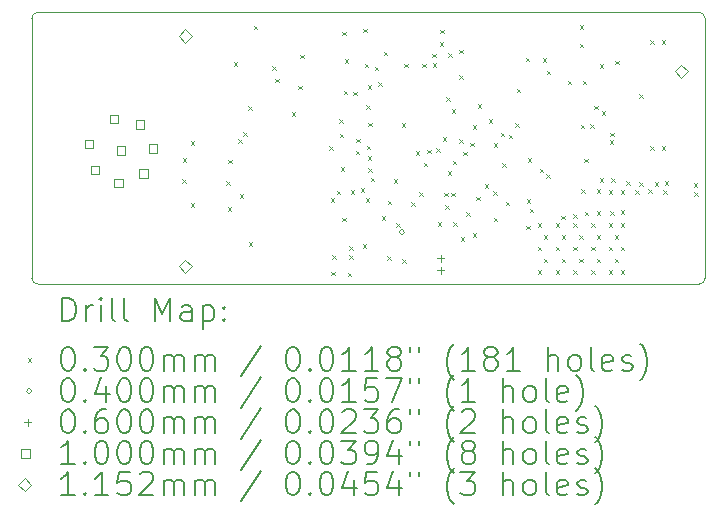
<source format=gbr>
%TF.GenerationSoftware,KiCad,Pcbnew,9.0.3*%
%TF.CreationDate,2026-02-10T01:52:12-05:00*%
%TF.ProjectId,WSG_2.0,5753475f-322e-4302-9e6b-696361645f70,rev?*%
%TF.SameCoordinates,Original*%
%TF.FileFunction,Drillmap*%
%TF.FilePolarity,Positive*%
%FSLAX45Y45*%
G04 Gerber Fmt 4.5, Leading zero omitted, Abs format (unit mm)*
G04 Created by KiCad (PCBNEW 9.0.3) date 2026-02-10 01:52:12*
%MOMM*%
%LPD*%
G01*
G04 APERTURE LIST*
%ADD10C,0.050000*%
%ADD11C,0.200000*%
%ADD12C,0.100000*%
%ADD13C,0.115200*%
G04 APERTURE END LIST*
D10*
X8950000Y-10200000D02*
G75*
G02*
X8900000Y-10150000I0J50000D01*
G01*
X14550000Y-7900000D02*
X8950000Y-7900000D01*
X14600000Y-10150000D02*
X14600000Y-7950000D01*
X14600000Y-10150000D02*
G75*
G02*
X14550000Y-10200000I-50000J0D01*
G01*
X8900000Y-7950000D02*
X8900000Y-10150000D01*
X8950000Y-10200000D02*
X14550000Y-10200000D01*
X14550000Y-7900000D02*
G75*
G02*
X14600000Y-7950000I0J-50000D01*
G01*
X8900000Y-7950000D02*
G75*
G02*
X8950000Y-7900000I50000J0D01*
G01*
D11*
D12*
X10175000Y-9314000D02*
X10205000Y-9344000D01*
X10205000Y-9314000D02*
X10175000Y-9344000D01*
X10177000Y-9134000D02*
X10207000Y-9164000D01*
X10207000Y-9134000D02*
X10177000Y-9164000D01*
X10245000Y-8992000D02*
X10275000Y-9022000D01*
X10275000Y-8992000D02*
X10245000Y-9022000D01*
X10245000Y-9515000D02*
X10275000Y-9545000D01*
X10275000Y-9515000D02*
X10245000Y-9545000D01*
X10548000Y-9329000D02*
X10578000Y-9359000D01*
X10578000Y-9329000D02*
X10548000Y-9359000D01*
X10558000Y-9551029D02*
X10588000Y-9581029D01*
X10588000Y-9551029D02*
X10558000Y-9581029D01*
X10562000Y-9146000D02*
X10592000Y-9176000D01*
X10592000Y-9146000D02*
X10562000Y-9176000D01*
X10611000Y-8322000D02*
X10641000Y-8352000D01*
X10641000Y-8322000D02*
X10611000Y-8352000D01*
X10646280Y-8972000D02*
X10676280Y-9002000D01*
X10676280Y-8972000D02*
X10646280Y-9002000D01*
X10660000Y-9440500D02*
X10690000Y-9470500D01*
X10690000Y-9440500D02*
X10660000Y-9470500D01*
X10691000Y-8913000D02*
X10721000Y-8943000D01*
X10721000Y-8913000D02*
X10691000Y-8943000D01*
X10734000Y-8693000D02*
X10764000Y-8723000D01*
X10764000Y-8693000D02*
X10734000Y-8723000D01*
X10738000Y-9846000D02*
X10768000Y-9876000D01*
X10768000Y-9846000D02*
X10738000Y-9876000D01*
X10780000Y-8011000D02*
X10810000Y-8041000D01*
X10810000Y-8011000D02*
X10780000Y-8041000D01*
X10936000Y-8354000D02*
X10966000Y-8384000D01*
X10966000Y-8354000D02*
X10936000Y-8384000D01*
X10962000Y-8462000D02*
X10992000Y-8492000D01*
X10992000Y-8462000D02*
X10962000Y-8492000D01*
X11102000Y-8744000D02*
X11132000Y-8774000D01*
X11132000Y-8744000D02*
X11102000Y-8774000D01*
X11158000Y-8520000D02*
X11188000Y-8550000D01*
X11188000Y-8520000D02*
X11158000Y-8550000D01*
X11171000Y-8258000D02*
X11201000Y-8288000D01*
X11201000Y-8258000D02*
X11171000Y-8288000D01*
X11419000Y-9032000D02*
X11449000Y-9062000D01*
X11449000Y-9032000D02*
X11419000Y-9062000D01*
X11430000Y-9473000D02*
X11460000Y-9503000D01*
X11460000Y-9473000D02*
X11430000Y-9503000D01*
X11435140Y-10097220D02*
X11465140Y-10127220D01*
X11465140Y-10097220D02*
X11435140Y-10127220D01*
X11442760Y-9954980D02*
X11472760Y-9984980D01*
X11472760Y-9954980D02*
X11442760Y-9984980D01*
X11480000Y-9410000D02*
X11510000Y-9440000D01*
X11510000Y-9410000D02*
X11480000Y-9440000D01*
X11501556Y-8805534D02*
X11531556Y-8835534D01*
X11531556Y-8805534D02*
X11501556Y-8835534D01*
X11508945Y-8925939D02*
X11538945Y-8955939D01*
X11538945Y-8925939D02*
X11508945Y-8955939D01*
X11514000Y-9210000D02*
X11544000Y-9240000D01*
X11544000Y-9210000D02*
X11514000Y-9240000D01*
X11529000Y-8064000D02*
X11559000Y-8094000D01*
X11559000Y-8064000D02*
X11529000Y-8094000D01*
X11529280Y-9637000D02*
X11559280Y-9667000D01*
X11559280Y-9637000D02*
X11529280Y-9667000D01*
X11540000Y-8562000D02*
X11570000Y-8592000D01*
X11570000Y-8562000D02*
X11540000Y-8592000D01*
X11548000Y-8295000D02*
X11578000Y-8325000D01*
X11578000Y-8295000D02*
X11548000Y-8325000D01*
X11574840Y-10104840D02*
X11604840Y-10134840D01*
X11604840Y-10104840D02*
X11574840Y-10134840D01*
X11587540Y-9954980D02*
X11617540Y-9984980D01*
X11617540Y-9954980D02*
X11587540Y-9984980D01*
X11588280Y-9880840D02*
X11618280Y-9910840D01*
X11618280Y-9880840D02*
X11588280Y-9910840D01*
X11599436Y-9406308D02*
X11629436Y-9436308D01*
X11629436Y-9406308D02*
X11599436Y-9436308D01*
X11621000Y-8572000D02*
X11651000Y-8602000D01*
X11651000Y-8572000D02*
X11621000Y-8602000D01*
X11641000Y-9072000D02*
X11671000Y-9102000D01*
X11671000Y-9072000D02*
X11641000Y-9102000D01*
X11645000Y-8971000D02*
X11675000Y-9001000D01*
X11675000Y-8971000D02*
X11645000Y-9001000D01*
X11686601Y-9388000D02*
X11716601Y-9418000D01*
X11716601Y-9388000D02*
X11686601Y-9418000D01*
X11702020Y-9863060D02*
X11732020Y-9893060D01*
X11732020Y-9863060D02*
X11702020Y-9893060D01*
X11704000Y-8040000D02*
X11734000Y-8070000D01*
X11734000Y-8040000D02*
X11704000Y-8070000D01*
X11717000Y-8334000D02*
X11747000Y-8364000D01*
X11747000Y-8334000D02*
X11717000Y-8364000D01*
X11727000Y-9472000D02*
X11757000Y-9502000D01*
X11757000Y-9472000D02*
X11727000Y-9502000D01*
X11731800Y-8686388D02*
X11761800Y-8716388D01*
X11761800Y-8686388D02*
X11731800Y-8716388D01*
X11737000Y-9028000D02*
X11767000Y-9058000D01*
X11767000Y-9028000D02*
X11737000Y-9058000D01*
X11745393Y-9119696D02*
X11775393Y-9149696D01*
X11775393Y-9119696D02*
X11745393Y-9149696D01*
X11746000Y-8517000D02*
X11776000Y-8547000D01*
X11776000Y-8517000D02*
X11746000Y-8547000D01*
X11750000Y-8836000D02*
X11780000Y-8866000D01*
X11780000Y-8836000D02*
X11750000Y-8866000D01*
X11750000Y-9217200D02*
X11780000Y-9247200D01*
X11780000Y-9217200D02*
X11750000Y-9247200D01*
X11769929Y-9301313D02*
X11799929Y-9331313D01*
X11799929Y-9301313D02*
X11769929Y-9331313D01*
X11802000Y-8361800D02*
X11832000Y-8391800D01*
X11832000Y-8361800D02*
X11802000Y-8391800D01*
X11834000Y-8492000D02*
X11864000Y-8522000D01*
X11864000Y-8492000D02*
X11834000Y-8522000D01*
X11862280Y-9626000D02*
X11892280Y-9656000D01*
X11892280Y-9626000D02*
X11862280Y-9656000D01*
X11881000Y-8232000D02*
X11911000Y-8262000D01*
X11911000Y-8232000D02*
X11881000Y-8262000D01*
X11908000Y-9963000D02*
X11938000Y-9993000D01*
X11938000Y-9963000D02*
X11908000Y-9993000D01*
X11915000Y-9495000D02*
X11945000Y-9525000D01*
X11945000Y-9495000D02*
X11915000Y-9525000D01*
X11966000Y-9313000D02*
X11996000Y-9343000D01*
X11996000Y-9313000D02*
X11966000Y-9343000D01*
X11985000Y-9685000D02*
X12015000Y-9715000D01*
X12015000Y-9685000D02*
X11985000Y-9715000D01*
X12032500Y-8840500D02*
X12062500Y-8870500D01*
X12062500Y-8840500D02*
X12032500Y-8870500D01*
X12036000Y-9990000D02*
X12066000Y-10020000D01*
X12066000Y-9990000D02*
X12036000Y-10020000D01*
X12052000Y-8334000D02*
X12082000Y-8364000D01*
X12082000Y-8334000D02*
X12052000Y-8364000D01*
X12112011Y-9506401D02*
X12142011Y-9536401D01*
X12142011Y-9506401D02*
X12112011Y-9536401D01*
X12149150Y-9074850D02*
X12179150Y-9104850D01*
X12179150Y-9074850D02*
X12149150Y-9104850D01*
X12182080Y-9423640D02*
X12212080Y-9453640D01*
X12212080Y-9423640D02*
X12182080Y-9453640D01*
X12207803Y-8332990D02*
X12237803Y-8362990D01*
X12237803Y-8332990D02*
X12207803Y-8362990D01*
X12219000Y-9172000D02*
X12249000Y-9202000D01*
X12249000Y-9172000D02*
X12219000Y-9202000D01*
X12248000Y-9061000D02*
X12278000Y-9091000D01*
X12278000Y-9061000D02*
X12248000Y-9091000D01*
X12290000Y-8249000D02*
X12320000Y-8279000D01*
X12320000Y-8249000D02*
X12290000Y-8279000D01*
X12296000Y-8332000D02*
X12326000Y-8362000D01*
X12326000Y-8332000D02*
X12296000Y-8362000D01*
X12324143Y-9052143D02*
X12354143Y-9082143D01*
X12354143Y-9052143D02*
X12324143Y-9082143D01*
X12337500Y-9676000D02*
X12367500Y-9706000D01*
X12367500Y-9676000D02*
X12337500Y-9706000D01*
X12354000Y-8151000D02*
X12384000Y-8181000D01*
X12384000Y-8151000D02*
X12354000Y-8181000D01*
X12360000Y-8045000D02*
X12390000Y-8075000D01*
X12390000Y-8045000D02*
X12360000Y-8075000D01*
X12378980Y-8956000D02*
X12408980Y-8986000D01*
X12408980Y-8956000D02*
X12378980Y-8986000D01*
X12393000Y-9427000D02*
X12423000Y-9457000D01*
X12423000Y-9427000D02*
X12393000Y-9457000D01*
X12399000Y-9531000D02*
X12429000Y-9561000D01*
X12429000Y-9531000D02*
X12399000Y-9561000D01*
X12408221Y-8618128D02*
X12438221Y-8648128D01*
X12438221Y-8618128D02*
X12408221Y-8648128D01*
X12422000Y-9244000D02*
X12452000Y-9274000D01*
X12452000Y-9244000D02*
X12422000Y-9274000D01*
X12426000Y-8244000D02*
X12456000Y-8274000D01*
X12456000Y-8244000D02*
X12426000Y-8274000D01*
X12451280Y-9428000D02*
X12481280Y-9458000D01*
X12481280Y-9428000D02*
X12451280Y-9458000D01*
X12455763Y-8722000D02*
X12485763Y-8752000D01*
X12485763Y-8722000D02*
X12455763Y-8752000D01*
X12465000Y-9154000D02*
X12495000Y-9184000D01*
X12495000Y-9154000D02*
X12465000Y-9184000D01*
X12466560Y-9677640D02*
X12496560Y-9707640D01*
X12496560Y-9677640D02*
X12466560Y-9707640D01*
X12517000Y-8433000D02*
X12547000Y-8463000D01*
X12547000Y-8433000D02*
X12517000Y-8463000D01*
X12518000Y-8217000D02*
X12548000Y-8247000D01*
X12548000Y-8217000D02*
X12518000Y-8247000D01*
X12519280Y-8974280D02*
X12549280Y-9004280D01*
X12549280Y-8974280D02*
X12519280Y-9004280D01*
X12530000Y-9802000D02*
X12560000Y-9832000D01*
X12560000Y-9802000D02*
X12530000Y-9832000D01*
X12554150Y-9080850D02*
X12584150Y-9110850D01*
X12584150Y-9080850D02*
X12554150Y-9110850D01*
X12578990Y-9591010D02*
X12608990Y-9621010D01*
X12608990Y-9591010D02*
X12578990Y-9621010D01*
X12612000Y-9004000D02*
X12642000Y-9034000D01*
X12642000Y-9004000D02*
X12612000Y-9034000D01*
X12632500Y-9771000D02*
X12662500Y-9801000D01*
X12662500Y-9771000D02*
X12632500Y-9801000D01*
X12633280Y-8857000D02*
X12663280Y-8887000D01*
X12663280Y-8857000D02*
X12633280Y-8887000D01*
X12663000Y-9461000D02*
X12693000Y-9491000D01*
X12693000Y-9461000D02*
X12663000Y-9491000D01*
X12677000Y-8676000D02*
X12707000Y-8706000D01*
X12707000Y-8676000D02*
X12677000Y-8706000D01*
X12735000Y-9354000D02*
X12765000Y-9384000D01*
X12765000Y-9354000D02*
X12735000Y-9384000D01*
X12769280Y-8804500D02*
X12799280Y-8834500D01*
X12799280Y-8804500D02*
X12769280Y-8834500D01*
X12806000Y-9412000D02*
X12836000Y-9442000D01*
X12836000Y-9412000D02*
X12806000Y-9442000D01*
X12809500Y-9638500D02*
X12839500Y-9668500D01*
X12839500Y-9638500D02*
X12809500Y-9668500D01*
X12811280Y-9006500D02*
X12841280Y-9036500D01*
X12841280Y-9006500D02*
X12811280Y-9036500D01*
X12871936Y-8918200D02*
X12901936Y-8948200D01*
X12901936Y-8918200D02*
X12871936Y-8948200D01*
X12882000Y-9178000D02*
X12912000Y-9208000D01*
X12912000Y-9178000D02*
X12882000Y-9208000D01*
X12912500Y-9501500D02*
X12942500Y-9531500D01*
X12942500Y-9501500D02*
X12912500Y-9531500D01*
X12937280Y-8936000D02*
X12967280Y-8966000D01*
X12967280Y-8936000D02*
X12937280Y-8966000D01*
X12994488Y-8836088D02*
X13024488Y-8866088D01*
X13024488Y-8836088D02*
X12994488Y-8866088D01*
X13004000Y-8547000D02*
X13034000Y-8577000D01*
X13034000Y-8547000D02*
X13004000Y-8577000D01*
X13081000Y-8284000D02*
X13111000Y-8314000D01*
X13111000Y-8284000D02*
X13081000Y-8314000D01*
X13085000Y-9708000D02*
X13115000Y-9738000D01*
X13115000Y-9708000D02*
X13085000Y-9738000D01*
X13090000Y-9484000D02*
X13120000Y-9514000D01*
X13120000Y-9484000D02*
X13090000Y-9514000D01*
X13099033Y-9134700D02*
X13129033Y-9164700D01*
X13129033Y-9134700D02*
X13099033Y-9164700D01*
X13114000Y-9564000D02*
X13144000Y-9594000D01*
X13144000Y-9564000D02*
X13114000Y-9594000D01*
X13185000Y-9685000D02*
X13215000Y-9715000D01*
X13215000Y-9685000D02*
X13185000Y-9715000D01*
X13185000Y-9885000D02*
X13215000Y-9915000D01*
X13215000Y-9885000D02*
X13185000Y-9915000D01*
X13185000Y-10085000D02*
X13215000Y-10115000D01*
X13215000Y-10085000D02*
X13185000Y-10115000D01*
X13201253Y-9225253D02*
X13231253Y-9255253D01*
X13231253Y-9225253D02*
X13201253Y-9255253D01*
X13226000Y-8289000D02*
X13256000Y-8319000D01*
X13256000Y-8289000D02*
X13226000Y-8319000D01*
X13235000Y-9785000D02*
X13265000Y-9815000D01*
X13265000Y-9785000D02*
X13235000Y-9815000D01*
X13235000Y-9985000D02*
X13265000Y-10015000D01*
X13265000Y-9985000D02*
X13235000Y-10015000D01*
X13255517Y-9271763D02*
X13285517Y-9301763D01*
X13285517Y-9271763D02*
X13255517Y-9301763D01*
X13260280Y-8393000D02*
X13290280Y-8423000D01*
X13290280Y-8393000D02*
X13260280Y-8423000D01*
X13335000Y-9685000D02*
X13365000Y-9715000D01*
X13365000Y-9685000D02*
X13335000Y-9715000D01*
X13335000Y-9885000D02*
X13365000Y-9915000D01*
X13365000Y-9885000D02*
X13335000Y-9915000D01*
X13335000Y-10085000D02*
X13365000Y-10115000D01*
X13365000Y-10085000D02*
X13335000Y-10115000D01*
X13384000Y-9620000D02*
X13414000Y-9650000D01*
X13414000Y-9620000D02*
X13384000Y-9650000D01*
X13385000Y-9785000D02*
X13415000Y-9815000D01*
X13415000Y-9785000D02*
X13385000Y-9815000D01*
X13385000Y-9985000D02*
X13415000Y-10015000D01*
X13415000Y-9985000D02*
X13385000Y-10015000D01*
X13437280Y-8478000D02*
X13467280Y-8508000D01*
X13467280Y-8478000D02*
X13437280Y-8508000D01*
X13483000Y-9607000D02*
X13513000Y-9637000D01*
X13513000Y-9607000D02*
X13483000Y-9637000D01*
X13485000Y-9685000D02*
X13515000Y-9715000D01*
X13515000Y-9685000D02*
X13485000Y-9715000D01*
X13485000Y-9885000D02*
X13515000Y-9915000D01*
X13515000Y-9885000D02*
X13485000Y-9915000D01*
X13485000Y-10085000D02*
X13515000Y-10115000D01*
X13515000Y-10085000D02*
X13485000Y-10115000D01*
X13535000Y-9785000D02*
X13565000Y-9815000D01*
X13565000Y-9785000D02*
X13535000Y-9815000D01*
X13535000Y-9985000D02*
X13565000Y-10015000D01*
X13565000Y-9985000D02*
X13535000Y-10015000D01*
X13540000Y-8009000D02*
X13570000Y-8039000D01*
X13570000Y-8009000D02*
X13540000Y-8039000D01*
X13541000Y-8165000D02*
X13571000Y-8195000D01*
X13571000Y-8165000D02*
X13541000Y-8195000D01*
X13546000Y-8851000D02*
X13576000Y-8881000D01*
X13576000Y-8851000D02*
X13546000Y-8881000D01*
X13554000Y-9398000D02*
X13584000Y-9428000D01*
X13584000Y-9398000D02*
X13554000Y-9428000D01*
X13564280Y-8478000D02*
X13594280Y-8508000D01*
X13594280Y-8478000D02*
X13564280Y-8508000D01*
X13579170Y-9140264D02*
X13609170Y-9170264D01*
X13609170Y-9140264D02*
X13579170Y-9170264D01*
X13581620Y-9586200D02*
X13611620Y-9616200D01*
X13611620Y-9586200D02*
X13581620Y-9616200D01*
X13626480Y-8845000D02*
X13656480Y-8875000D01*
X13656480Y-8845000D02*
X13626480Y-8875000D01*
X13635000Y-9685000D02*
X13665000Y-9715000D01*
X13665000Y-9685000D02*
X13635000Y-9715000D01*
X13635000Y-9885000D02*
X13665000Y-9915000D01*
X13665000Y-9885000D02*
X13635000Y-9915000D01*
X13635000Y-10085000D02*
X13665000Y-10115000D01*
X13665000Y-10085000D02*
X13635000Y-10115000D01*
X13662000Y-8691000D02*
X13692000Y-8721000D01*
X13692000Y-8691000D02*
X13662000Y-8721000D01*
X13685000Y-9398000D02*
X13715000Y-9428000D01*
X13715000Y-9398000D02*
X13685000Y-9428000D01*
X13685000Y-9585000D02*
X13715000Y-9615000D01*
X13715000Y-9585000D02*
X13685000Y-9615000D01*
X13685000Y-9785000D02*
X13715000Y-9815000D01*
X13715000Y-9785000D02*
X13685000Y-9815000D01*
X13685000Y-9985000D02*
X13715000Y-10015000D01*
X13715000Y-9985000D02*
X13685000Y-10015000D01*
X13707000Y-9306000D02*
X13737000Y-9336000D01*
X13737000Y-9306000D02*
X13707000Y-9336000D01*
X13710453Y-8336547D02*
X13740453Y-8366547D01*
X13740453Y-8336547D02*
X13710453Y-8366547D01*
X13724000Y-8737000D02*
X13754000Y-8767000D01*
X13754000Y-8737000D02*
X13724000Y-8767000D01*
X13785000Y-9405000D02*
X13815000Y-9435000D01*
X13815000Y-9405000D02*
X13785000Y-9435000D01*
X13785000Y-9685000D02*
X13815000Y-9715000D01*
X13815000Y-9685000D02*
X13785000Y-9715000D01*
X13785000Y-9885000D02*
X13815000Y-9915000D01*
X13815000Y-9885000D02*
X13785000Y-9915000D01*
X13785000Y-10085000D02*
X13815000Y-10115000D01*
X13815000Y-10085000D02*
X13785000Y-10115000D01*
X13794980Y-8984220D02*
X13824980Y-9014220D01*
X13824980Y-8984220D02*
X13794980Y-9014220D01*
X13797520Y-8918180D02*
X13827520Y-8948180D01*
X13827520Y-8918180D02*
X13797520Y-8948180D01*
X13797520Y-9583660D02*
X13827520Y-9613660D01*
X13827520Y-9583660D02*
X13797520Y-9613660D01*
X13807000Y-9306000D02*
X13837000Y-9336000D01*
X13837000Y-9306000D02*
X13807000Y-9336000D01*
X13835000Y-9785000D02*
X13865000Y-9815000D01*
X13865000Y-9785000D02*
X13835000Y-9815000D01*
X13835000Y-9985000D02*
X13865000Y-10015000D01*
X13865000Y-9985000D02*
X13835000Y-10015000D01*
X13839000Y-8310800D02*
X13869000Y-8340800D01*
X13869000Y-8310800D02*
X13839000Y-8340800D01*
X13885000Y-9405000D02*
X13915000Y-9435000D01*
X13915000Y-9405000D02*
X13885000Y-9435000D01*
X13885000Y-9685000D02*
X13915000Y-9715000D01*
X13915000Y-9685000D02*
X13885000Y-9715000D01*
X13885000Y-9885000D02*
X13915000Y-9915000D01*
X13915000Y-9885000D02*
X13885000Y-9915000D01*
X13885000Y-10085000D02*
X13915000Y-10115000D01*
X13915000Y-10085000D02*
X13885000Y-10115000D01*
X13886420Y-9576040D02*
X13916420Y-9606040D01*
X13916420Y-9576040D02*
X13886420Y-9606040D01*
X13932571Y-9329050D02*
X13962571Y-9359050D01*
X13962571Y-9329050D02*
X13932571Y-9359050D01*
X14011000Y-9407000D02*
X14041000Y-9437000D01*
X14041000Y-9407000D02*
X14011000Y-9437000D01*
X14042500Y-8592500D02*
X14072500Y-8622500D01*
X14072500Y-8592500D02*
X14042500Y-8622500D01*
X14043900Y-9337280D02*
X14073900Y-9367280D01*
X14073900Y-9337280D02*
X14043900Y-9367280D01*
X14117000Y-9399000D02*
X14147000Y-9429000D01*
X14147000Y-9399000D02*
X14117000Y-9429000D01*
X14135000Y-8135000D02*
X14165000Y-8165000D01*
X14165000Y-8135000D02*
X14135000Y-8165000D01*
X14135000Y-9035000D02*
X14165000Y-9065000D01*
X14165000Y-9035000D02*
X14135000Y-9065000D01*
X14176000Y-9340000D02*
X14206000Y-9370000D01*
X14206000Y-9340000D02*
X14176000Y-9370000D01*
X14235000Y-8135000D02*
X14265000Y-8165000D01*
X14265000Y-8135000D02*
X14235000Y-8165000D01*
X14235000Y-9035000D02*
X14265000Y-9065000D01*
X14265000Y-9035000D02*
X14235000Y-9065000D01*
X14245000Y-9405000D02*
X14275000Y-9435000D01*
X14275000Y-9405000D02*
X14245000Y-9435000D01*
X14259800Y-9329660D02*
X14289800Y-9359660D01*
X14289800Y-9329660D02*
X14259800Y-9359660D01*
X14505000Y-9345000D02*
X14535000Y-9375000D01*
X14535000Y-9345000D02*
X14505000Y-9375000D01*
X14508720Y-9423640D02*
X14538720Y-9453640D01*
X14538720Y-9423640D02*
X14508720Y-9453640D01*
X12053000Y-9760000D02*
G75*
G02*
X12013000Y-9760000I-20000J0D01*
G01*
X12013000Y-9760000D02*
G75*
G02*
X12053000Y-9760000I20000J0D01*
G01*
X12362000Y-9953000D02*
X12362000Y-10013000D01*
X12332000Y-9983000D02*
X12392000Y-9983000D01*
X12362000Y-10053000D02*
X12362000Y-10113000D01*
X12332000Y-10083000D02*
X12392000Y-10083000D01*
X9419191Y-9048191D02*
X9419191Y-8977480D01*
X9348480Y-8977480D01*
X9348480Y-9048191D01*
X9419191Y-9048191D01*
X9468556Y-9270866D02*
X9468556Y-9200154D01*
X9397845Y-9200154D01*
X9397845Y-9270866D01*
X9468556Y-9270866D01*
X9631005Y-8836378D02*
X9631005Y-8765666D01*
X9560294Y-8765666D01*
X9560294Y-8836378D01*
X9631005Y-8836378D01*
X9668998Y-9379696D02*
X9668998Y-9308984D01*
X9598286Y-9308984D01*
X9598286Y-9379696D01*
X9668998Y-9379696D01*
X9688180Y-9105367D02*
X9688180Y-9034655D01*
X9617469Y-9034655D01*
X9617469Y-9105367D01*
X9688180Y-9105367D01*
X9853678Y-8885744D02*
X9853678Y-8815032D01*
X9782967Y-8815032D01*
X9782967Y-8885744D01*
X9853678Y-8885744D01*
X9882634Y-9299821D02*
X9882634Y-9229109D01*
X9811923Y-9229109D01*
X9811923Y-9299821D01*
X9882634Y-9299821D01*
X9962509Y-9086184D02*
X9962509Y-9015473D01*
X9891798Y-9015473D01*
X9891798Y-9086184D01*
X9962509Y-9086184D01*
D13*
X10200000Y-8157600D02*
X10257600Y-8100000D01*
X10200000Y-8042400D01*
X10142400Y-8100000D01*
X10200000Y-8157600D01*
X10200000Y-10107600D02*
X10257600Y-10050000D01*
X10200000Y-9992400D01*
X10142400Y-10050000D01*
X10200000Y-10107600D01*
X14400000Y-8457600D02*
X14457600Y-8400000D01*
X14400000Y-8342400D01*
X14342400Y-8400000D01*
X14400000Y-8457600D01*
D11*
X9158277Y-10513984D02*
X9158277Y-10313984D01*
X9158277Y-10313984D02*
X9205896Y-10313984D01*
X9205896Y-10313984D02*
X9234467Y-10323508D01*
X9234467Y-10323508D02*
X9253515Y-10342555D01*
X9253515Y-10342555D02*
X9263039Y-10361603D01*
X9263039Y-10361603D02*
X9272563Y-10399698D01*
X9272563Y-10399698D02*
X9272563Y-10428270D01*
X9272563Y-10428270D02*
X9263039Y-10466365D01*
X9263039Y-10466365D02*
X9253515Y-10485412D01*
X9253515Y-10485412D02*
X9234467Y-10504460D01*
X9234467Y-10504460D02*
X9205896Y-10513984D01*
X9205896Y-10513984D02*
X9158277Y-10513984D01*
X9358277Y-10513984D02*
X9358277Y-10380650D01*
X9358277Y-10418746D02*
X9367801Y-10399698D01*
X9367801Y-10399698D02*
X9377324Y-10390174D01*
X9377324Y-10390174D02*
X9396372Y-10380650D01*
X9396372Y-10380650D02*
X9415420Y-10380650D01*
X9482086Y-10513984D02*
X9482086Y-10380650D01*
X9482086Y-10313984D02*
X9472563Y-10323508D01*
X9472563Y-10323508D02*
X9482086Y-10333031D01*
X9482086Y-10333031D02*
X9491610Y-10323508D01*
X9491610Y-10323508D02*
X9482086Y-10313984D01*
X9482086Y-10313984D02*
X9482086Y-10333031D01*
X9605896Y-10513984D02*
X9586848Y-10504460D01*
X9586848Y-10504460D02*
X9577324Y-10485412D01*
X9577324Y-10485412D02*
X9577324Y-10313984D01*
X9710658Y-10513984D02*
X9691610Y-10504460D01*
X9691610Y-10504460D02*
X9682086Y-10485412D01*
X9682086Y-10485412D02*
X9682086Y-10313984D01*
X9939229Y-10513984D02*
X9939229Y-10313984D01*
X9939229Y-10313984D02*
X10005896Y-10456841D01*
X10005896Y-10456841D02*
X10072563Y-10313984D01*
X10072563Y-10313984D02*
X10072563Y-10513984D01*
X10253515Y-10513984D02*
X10253515Y-10409222D01*
X10253515Y-10409222D02*
X10243991Y-10390174D01*
X10243991Y-10390174D02*
X10224944Y-10380650D01*
X10224944Y-10380650D02*
X10186848Y-10380650D01*
X10186848Y-10380650D02*
X10167801Y-10390174D01*
X10253515Y-10504460D02*
X10234467Y-10513984D01*
X10234467Y-10513984D02*
X10186848Y-10513984D01*
X10186848Y-10513984D02*
X10167801Y-10504460D01*
X10167801Y-10504460D02*
X10158277Y-10485412D01*
X10158277Y-10485412D02*
X10158277Y-10466365D01*
X10158277Y-10466365D02*
X10167801Y-10447317D01*
X10167801Y-10447317D02*
X10186848Y-10437793D01*
X10186848Y-10437793D02*
X10234467Y-10437793D01*
X10234467Y-10437793D02*
X10253515Y-10428270D01*
X10348753Y-10380650D02*
X10348753Y-10580650D01*
X10348753Y-10390174D02*
X10367801Y-10380650D01*
X10367801Y-10380650D02*
X10405896Y-10380650D01*
X10405896Y-10380650D02*
X10424944Y-10390174D01*
X10424944Y-10390174D02*
X10434467Y-10399698D01*
X10434467Y-10399698D02*
X10443991Y-10418746D01*
X10443991Y-10418746D02*
X10443991Y-10475889D01*
X10443991Y-10475889D02*
X10434467Y-10494936D01*
X10434467Y-10494936D02*
X10424944Y-10504460D01*
X10424944Y-10504460D02*
X10405896Y-10513984D01*
X10405896Y-10513984D02*
X10367801Y-10513984D01*
X10367801Y-10513984D02*
X10348753Y-10504460D01*
X10529705Y-10494936D02*
X10539229Y-10504460D01*
X10539229Y-10504460D02*
X10529705Y-10513984D01*
X10529705Y-10513984D02*
X10520182Y-10504460D01*
X10520182Y-10504460D02*
X10529705Y-10494936D01*
X10529705Y-10494936D02*
X10529705Y-10513984D01*
X10529705Y-10390174D02*
X10539229Y-10399698D01*
X10539229Y-10399698D02*
X10529705Y-10409222D01*
X10529705Y-10409222D02*
X10520182Y-10399698D01*
X10520182Y-10399698D02*
X10529705Y-10390174D01*
X10529705Y-10390174D02*
X10529705Y-10409222D01*
D12*
X8867500Y-10827500D02*
X8897500Y-10857500D01*
X8897500Y-10827500D02*
X8867500Y-10857500D01*
D11*
X9196372Y-10733984D02*
X9215420Y-10733984D01*
X9215420Y-10733984D02*
X9234467Y-10743508D01*
X9234467Y-10743508D02*
X9243991Y-10753031D01*
X9243991Y-10753031D02*
X9253515Y-10772079D01*
X9253515Y-10772079D02*
X9263039Y-10810174D01*
X9263039Y-10810174D02*
X9263039Y-10857793D01*
X9263039Y-10857793D02*
X9253515Y-10895889D01*
X9253515Y-10895889D02*
X9243991Y-10914936D01*
X9243991Y-10914936D02*
X9234467Y-10924460D01*
X9234467Y-10924460D02*
X9215420Y-10933984D01*
X9215420Y-10933984D02*
X9196372Y-10933984D01*
X9196372Y-10933984D02*
X9177324Y-10924460D01*
X9177324Y-10924460D02*
X9167801Y-10914936D01*
X9167801Y-10914936D02*
X9158277Y-10895889D01*
X9158277Y-10895889D02*
X9148753Y-10857793D01*
X9148753Y-10857793D02*
X9148753Y-10810174D01*
X9148753Y-10810174D02*
X9158277Y-10772079D01*
X9158277Y-10772079D02*
X9167801Y-10753031D01*
X9167801Y-10753031D02*
X9177324Y-10743508D01*
X9177324Y-10743508D02*
X9196372Y-10733984D01*
X9348753Y-10914936D02*
X9358277Y-10924460D01*
X9358277Y-10924460D02*
X9348753Y-10933984D01*
X9348753Y-10933984D02*
X9339229Y-10924460D01*
X9339229Y-10924460D02*
X9348753Y-10914936D01*
X9348753Y-10914936D02*
X9348753Y-10933984D01*
X9424944Y-10733984D02*
X9548753Y-10733984D01*
X9548753Y-10733984D02*
X9482086Y-10810174D01*
X9482086Y-10810174D02*
X9510658Y-10810174D01*
X9510658Y-10810174D02*
X9529705Y-10819698D01*
X9529705Y-10819698D02*
X9539229Y-10829222D01*
X9539229Y-10829222D02*
X9548753Y-10848270D01*
X9548753Y-10848270D02*
X9548753Y-10895889D01*
X9548753Y-10895889D02*
X9539229Y-10914936D01*
X9539229Y-10914936D02*
X9529705Y-10924460D01*
X9529705Y-10924460D02*
X9510658Y-10933984D01*
X9510658Y-10933984D02*
X9453515Y-10933984D01*
X9453515Y-10933984D02*
X9434467Y-10924460D01*
X9434467Y-10924460D02*
X9424944Y-10914936D01*
X9672563Y-10733984D02*
X9691610Y-10733984D01*
X9691610Y-10733984D02*
X9710658Y-10743508D01*
X9710658Y-10743508D02*
X9720182Y-10753031D01*
X9720182Y-10753031D02*
X9729705Y-10772079D01*
X9729705Y-10772079D02*
X9739229Y-10810174D01*
X9739229Y-10810174D02*
X9739229Y-10857793D01*
X9739229Y-10857793D02*
X9729705Y-10895889D01*
X9729705Y-10895889D02*
X9720182Y-10914936D01*
X9720182Y-10914936D02*
X9710658Y-10924460D01*
X9710658Y-10924460D02*
X9691610Y-10933984D01*
X9691610Y-10933984D02*
X9672563Y-10933984D01*
X9672563Y-10933984D02*
X9653515Y-10924460D01*
X9653515Y-10924460D02*
X9643991Y-10914936D01*
X9643991Y-10914936D02*
X9634467Y-10895889D01*
X9634467Y-10895889D02*
X9624944Y-10857793D01*
X9624944Y-10857793D02*
X9624944Y-10810174D01*
X9624944Y-10810174D02*
X9634467Y-10772079D01*
X9634467Y-10772079D02*
X9643991Y-10753031D01*
X9643991Y-10753031D02*
X9653515Y-10743508D01*
X9653515Y-10743508D02*
X9672563Y-10733984D01*
X9863039Y-10733984D02*
X9882086Y-10733984D01*
X9882086Y-10733984D02*
X9901134Y-10743508D01*
X9901134Y-10743508D02*
X9910658Y-10753031D01*
X9910658Y-10753031D02*
X9920182Y-10772079D01*
X9920182Y-10772079D02*
X9929705Y-10810174D01*
X9929705Y-10810174D02*
X9929705Y-10857793D01*
X9929705Y-10857793D02*
X9920182Y-10895889D01*
X9920182Y-10895889D02*
X9910658Y-10914936D01*
X9910658Y-10914936D02*
X9901134Y-10924460D01*
X9901134Y-10924460D02*
X9882086Y-10933984D01*
X9882086Y-10933984D02*
X9863039Y-10933984D01*
X9863039Y-10933984D02*
X9843991Y-10924460D01*
X9843991Y-10924460D02*
X9834467Y-10914936D01*
X9834467Y-10914936D02*
X9824944Y-10895889D01*
X9824944Y-10895889D02*
X9815420Y-10857793D01*
X9815420Y-10857793D02*
X9815420Y-10810174D01*
X9815420Y-10810174D02*
X9824944Y-10772079D01*
X9824944Y-10772079D02*
X9834467Y-10753031D01*
X9834467Y-10753031D02*
X9843991Y-10743508D01*
X9843991Y-10743508D02*
X9863039Y-10733984D01*
X10015420Y-10933984D02*
X10015420Y-10800650D01*
X10015420Y-10819698D02*
X10024944Y-10810174D01*
X10024944Y-10810174D02*
X10043991Y-10800650D01*
X10043991Y-10800650D02*
X10072563Y-10800650D01*
X10072563Y-10800650D02*
X10091610Y-10810174D01*
X10091610Y-10810174D02*
X10101134Y-10829222D01*
X10101134Y-10829222D02*
X10101134Y-10933984D01*
X10101134Y-10829222D02*
X10110658Y-10810174D01*
X10110658Y-10810174D02*
X10129705Y-10800650D01*
X10129705Y-10800650D02*
X10158277Y-10800650D01*
X10158277Y-10800650D02*
X10177325Y-10810174D01*
X10177325Y-10810174D02*
X10186848Y-10829222D01*
X10186848Y-10829222D02*
X10186848Y-10933984D01*
X10282086Y-10933984D02*
X10282086Y-10800650D01*
X10282086Y-10819698D02*
X10291610Y-10810174D01*
X10291610Y-10810174D02*
X10310658Y-10800650D01*
X10310658Y-10800650D02*
X10339229Y-10800650D01*
X10339229Y-10800650D02*
X10358277Y-10810174D01*
X10358277Y-10810174D02*
X10367801Y-10829222D01*
X10367801Y-10829222D02*
X10367801Y-10933984D01*
X10367801Y-10829222D02*
X10377325Y-10810174D01*
X10377325Y-10810174D02*
X10396372Y-10800650D01*
X10396372Y-10800650D02*
X10424944Y-10800650D01*
X10424944Y-10800650D02*
X10443991Y-10810174D01*
X10443991Y-10810174D02*
X10453515Y-10829222D01*
X10453515Y-10829222D02*
X10453515Y-10933984D01*
X10843991Y-10724460D02*
X10672563Y-10981603D01*
X11101134Y-10733984D02*
X11120182Y-10733984D01*
X11120182Y-10733984D02*
X11139229Y-10743508D01*
X11139229Y-10743508D02*
X11148753Y-10753031D01*
X11148753Y-10753031D02*
X11158277Y-10772079D01*
X11158277Y-10772079D02*
X11167801Y-10810174D01*
X11167801Y-10810174D02*
X11167801Y-10857793D01*
X11167801Y-10857793D02*
X11158277Y-10895889D01*
X11158277Y-10895889D02*
X11148753Y-10914936D01*
X11148753Y-10914936D02*
X11139229Y-10924460D01*
X11139229Y-10924460D02*
X11120182Y-10933984D01*
X11120182Y-10933984D02*
X11101134Y-10933984D01*
X11101134Y-10933984D02*
X11082087Y-10924460D01*
X11082087Y-10924460D02*
X11072563Y-10914936D01*
X11072563Y-10914936D02*
X11063039Y-10895889D01*
X11063039Y-10895889D02*
X11053515Y-10857793D01*
X11053515Y-10857793D02*
X11053515Y-10810174D01*
X11053515Y-10810174D02*
X11063039Y-10772079D01*
X11063039Y-10772079D02*
X11072563Y-10753031D01*
X11072563Y-10753031D02*
X11082087Y-10743508D01*
X11082087Y-10743508D02*
X11101134Y-10733984D01*
X11253515Y-10914936D02*
X11263039Y-10924460D01*
X11263039Y-10924460D02*
X11253515Y-10933984D01*
X11253515Y-10933984D02*
X11243991Y-10924460D01*
X11243991Y-10924460D02*
X11253515Y-10914936D01*
X11253515Y-10914936D02*
X11253515Y-10933984D01*
X11386848Y-10733984D02*
X11405896Y-10733984D01*
X11405896Y-10733984D02*
X11424944Y-10743508D01*
X11424944Y-10743508D02*
X11434467Y-10753031D01*
X11434467Y-10753031D02*
X11443991Y-10772079D01*
X11443991Y-10772079D02*
X11453515Y-10810174D01*
X11453515Y-10810174D02*
X11453515Y-10857793D01*
X11453515Y-10857793D02*
X11443991Y-10895889D01*
X11443991Y-10895889D02*
X11434467Y-10914936D01*
X11434467Y-10914936D02*
X11424944Y-10924460D01*
X11424944Y-10924460D02*
X11405896Y-10933984D01*
X11405896Y-10933984D02*
X11386848Y-10933984D01*
X11386848Y-10933984D02*
X11367801Y-10924460D01*
X11367801Y-10924460D02*
X11358277Y-10914936D01*
X11358277Y-10914936D02*
X11348753Y-10895889D01*
X11348753Y-10895889D02*
X11339229Y-10857793D01*
X11339229Y-10857793D02*
X11339229Y-10810174D01*
X11339229Y-10810174D02*
X11348753Y-10772079D01*
X11348753Y-10772079D02*
X11358277Y-10753031D01*
X11358277Y-10753031D02*
X11367801Y-10743508D01*
X11367801Y-10743508D02*
X11386848Y-10733984D01*
X11643991Y-10933984D02*
X11529706Y-10933984D01*
X11586848Y-10933984D02*
X11586848Y-10733984D01*
X11586848Y-10733984D02*
X11567801Y-10762555D01*
X11567801Y-10762555D02*
X11548753Y-10781603D01*
X11548753Y-10781603D02*
X11529706Y-10791127D01*
X11834467Y-10933984D02*
X11720182Y-10933984D01*
X11777325Y-10933984D02*
X11777325Y-10733984D01*
X11777325Y-10733984D02*
X11758277Y-10762555D01*
X11758277Y-10762555D02*
X11739229Y-10781603D01*
X11739229Y-10781603D02*
X11720182Y-10791127D01*
X11948753Y-10819698D02*
X11929706Y-10810174D01*
X11929706Y-10810174D02*
X11920182Y-10800650D01*
X11920182Y-10800650D02*
X11910658Y-10781603D01*
X11910658Y-10781603D02*
X11910658Y-10772079D01*
X11910658Y-10772079D02*
X11920182Y-10753031D01*
X11920182Y-10753031D02*
X11929706Y-10743508D01*
X11929706Y-10743508D02*
X11948753Y-10733984D01*
X11948753Y-10733984D02*
X11986848Y-10733984D01*
X11986848Y-10733984D02*
X12005896Y-10743508D01*
X12005896Y-10743508D02*
X12015420Y-10753031D01*
X12015420Y-10753031D02*
X12024944Y-10772079D01*
X12024944Y-10772079D02*
X12024944Y-10781603D01*
X12024944Y-10781603D02*
X12015420Y-10800650D01*
X12015420Y-10800650D02*
X12005896Y-10810174D01*
X12005896Y-10810174D02*
X11986848Y-10819698D01*
X11986848Y-10819698D02*
X11948753Y-10819698D01*
X11948753Y-10819698D02*
X11929706Y-10829222D01*
X11929706Y-10829222D02*
X11920182Y-10838746D01*
X11920182Y-10838746D02*
X11910658Y-10857793D01*
X11910658Y-10857793D02*
X11910658Y-10895889D01*
X11910658Y-10895889D02*
X11920182Y-10914936D01*
X11920182Y-10914936D02*
X11929706Y-10924460D01*
X11929706Y-10924460D02*
X11948753Y-10933984D01*
X11948753Y-10933984D02*
X11986848Y-10933984D01*
X11986848Y-10933984D02*
X12005896Y-10924460D01*
X12005896Y-10924460D02*
X12015420Y-10914936D01*
X12015420Y-10914936D02*
X12024944Y-10895889D01*
X12024944Y-10895889D02*
X12024944Y-10857793D01*
X12024944Y-10857793D02*
X12015420Y-10838746D01*
X12015420Y-10838746D02*
X12005896Y-10829222D01*
X12005896Y-10829222D02*
X11986848Y-10819698D01*
X12101134Y-10733984D02*
X12101134Y-10772079D01*
X12177325Y-10733984D02*
X12177325Y-10772079D01*
X12472563Y-11010174D02*
X12463039Y-11000650D01*
X12463039Y-11000650D02*
X12443991Y-10972079D01*
X12443991Y-10972079D02*
X12434468Y-10953031D01*
X12434468Y-10953031D02*
X12424944Y-10924460D01*
X12424944Y-10924460D02*
X12415420Y-10876841D01*
X12415420Y-10876841D02*
X12415420Y-10838746D01*
X12415420Y-10838746D02*
X12424944Y-10791127D01*
X12424944Y-10791127D02*
X12434468Y-10762555D01*
X12434468Y-10762555D02*
X12443991Y-10743508D01*
X12443991Y-10743508D02*
X12463039Y-10714936D01*
X12463039Y-10714936D02*
X12472563Y-10705412D01*
X12653515Y-10933984D02*
X12539229Y-10933984D01*
X12596372Y-10933984D02*
X12596372Y-10733984D01*
X12596372Y-10733984D02*
X12577325Y-10762555D01*
X12577325Y-10762555D02*
X12558277Y-10781603D01*
X12558277Y-10781603D02*
X12539229Y-10791127D01*
X12767801Y-10819698D02*
X12748753Y-10810174D01*
X12748753Y-10810174D02*
X12739229Y-10800650D01*
X12739229Y-10800650D02*
X12729706Y-10781603D01*
X12729706Y-10781603D02*
X12729706Y-10772079D01*
X12729706Y-10772079D02*
X12739229Y-10753031D01*
X12739229Y-10753031D02*
X12748753Y-10743508D01*
X12748753Y-10743508D02*
X12767801Y-10733984D01*
X12767801Y-10733984D02*
X12805896Y-10733984D01*
X12805896Y-10733984D02*
X12824944Y-10743508D01*
X12824944Y-10743508D02*
X12834468Y-10753031D01*
X12834468Y-10753031D02*
X12843991Y-10772079D01*
X12843991Y-10772079D02*
X12843991Y-10781603D01*
X12843991Y-10781603D02*
X12834468Y-10800650D01*
X12834468Y-10800650D02*
X12824944Y-10810174D01*
X12824944Y-10810174D02*
X12805896Y-10819698D01*
X12805896Y-10819698D02*
X12767801Y-10819698D01*
X12767801Y-10819698D02*
X12748753Y-10829222D01*
X12748753Y-10829222D02*
X12739229Y-10838746D01*
X12739229Y-10838746D02*
X12729706Y-10857793D01*
X12729706Y-10857793D02*
X12729706Y-10895889D01*
X12729706Y-10895889D02*
X12739229Y-10914936D01*
X12739229Y-10914936D02*
X12748753Y-10924460D01*
X12748753Y-10924460D02*
X12767801Y-10933984D01*
X12767801Y-10933984D02*
X12805896Y-10933984D01*
X12805896Y-10933984D02*
X12824944Y-10924460D01*
X12824944Y-10924460D02*
X12834468Y-10914936D01*
X12834468Y-10914936D02*
X12843991Y-10895889D01*
X12843991Y-10895889D02*
X12843991Y-10857793D01*
X12843991Y-10857793D02*
X12834468Y-10838746D01*
X12834468Y-10838746D02*
X12824944Y-10829222D01*
X12824944Y-10829222D02*
X12805896Y-10819698D01*
X13034468Y-10933984D02*
X12920182Y-10933984D01*
X12977325Y-10933984D02*
X12977325Y-10733984D01*
X12977325Y-10733984D02*
X12958277Y-10762555D01*
X12958277Y-10762555D02*
X12939229Y-10781603D01*
X12939229Y-10781603D02*
X12920182Y-10791127D01*
X13272563Y-10933984D02*
X13272563Y-10733984D01*
X13358277Y-10933984D02*
X13358277Y-10829222D01*
X13358277Y-10829222D02*
X13348753Y-10810174D01*
X13348753Y-10810174D02*
X13329706Y-10800650D01*
X13329706Y-10800650D02*
X13301134Y-10800650D01*
X13301134Y-10800650D02*
X13282087Y-10810174D01*
X13282087Y-10810174D02*
X13272563Y-10819698D01*
X13482087Y-10933984D02*
X13463039Y-10924460D01*
X13463039Y-10924460D02*
X13453515Y-10914936D01*
X13453515Y-10914936D02*
X13443991Y-10895889D01*
X13443991Y-10895889D02*
X13443991Y-10838746D01*
X13443991Y-10838746D02*
X13453515Y-10819698D01*
X13453515Y-10819698D02*
X13463039Y-10810174D01*
X13463039Y-10810174D02*
X13482087Y-10800650D01*
X13482087Y-10800650D02*
X13510658Y-10800650D01*
X13510658Y-10800650D02*
X13529706Y-10810174D01*
X13529706Y-10810174D02*
X13539230Y-10819698D01*
X13539230Y-10819698D02*
X13548753Y-10838746D01*
X13548753Y-10838746D02*
X13548753Y-10895889D01*
X13548753Y-10895889D02*
X13539230Y-10914936D01*
X13539230Y-10914936D02*
X13529706Y-10924460D01*
X13529706Y-10924460D02*
X13510658Y-10933984D01*
X13510658Y-10933984D02*
X13482087Y-10933984D01*
X13663039Y-10933984D02*
X13643991Y-10924460D01*
X13643991Y-10924460D02*
X13634468Y-10905412D01*
X13634468Y-10905412D02*
X13634468Y-10733984D01*
X13815420Y-10924460D02*
X13796372Y-10933984D01*
X13796372Y-10933984D02*
X13758277Y-10933984D01*
X13758277Y-10933984D02*
X13739230Y-10924460D01*
X13739230Y-10924460D02*
X13729706Y-10905412D01*
X13729706Y-10905412D02*
X13729706Y-10829222D01*
X13729706Y-10829222D02*
X13739230Y-10810174D01*
X13739230Y-10810174D02*
X13758277Y-10800650D01*
X13758277Y-10800650D02*
X13796372Y-10800650D01*
X13796372Y-10800650D02*
X13815420Y-10810174D01*
X13815420Y-10810174D02*
X13824944Y-10829222D01*
X13824944Y-10829222D02*
X13824944Y-10848270D01*
X13824944Y-10848270D02*
X13729706Y-10867317D01*
X13901134Y-10924460D02*
X13920182Y-10933984D01*
X13920182Y-10933984D02*
X13958277Y-10933984D01*
X13958277Y-10933984D02*
X13977325Y-10924460D01*
X13977325Y-10924460D02*
X13986849Y-10905412D01*
X13986849Y-10905412D02*
X13986849Y-10895889D01*
X13986849Y-10895889D02*
X13977325Y-10876841D01*
X13977325Y-10876841D02*
X13958277Y-10867317D01*
X13958277Y-10867317D02*
X13929706Y-10867317D01*
X13929706Y-10867317D02*
X13910658Y-10857793D01*
X13910658Y-10857793D02*
X13901134Y-10838746D01*
X13901134Y-10838746D02*
X13901134Y-10829222D01*
X13901134Y-10829222D02*
X13910658Y-10810174D01*
X13910658Y-10810174D02*
X13929706Y-10800650D01*
X13929706Y-10800650D02*
X13958277Y-10800650D01*
X13958277Y-10800650D02*
X13977325Y-10810174D01*
X14053515Y-11010174D02*
X14063039Y-11000650D01*
X14063039Y-11000650D02*
X14082087Y-10972079D01*
X14082087Y-10972079D02*
X14091611Y-10953031D01*
X14091611Y-10953031D02*
X14101134Y-10924460D01*
X14101134Y-10924460D02*
X14110658Y-10876841D01*
X14110658Y-10876841D02*
X14110658Y-10838746D01*
X14110658Y-10838746D02*
X14101134Y-10791127D01*
X14101134Y-10791127D02*
X14091611Y-10762555D01*
X14091611Y-10762555D02*
X14082087Y-10743508D01*
X14082087Y-10743508D02*
X14063039Y-10714936D01*
X14063039Y-10714936D02*
X14053515Y-10705412D01*
D12*
X8897500Y-11106500D02*
G75*
G02*
X8857500Y-11106500I-20000J0D01*
G01*
X8857500Y-11106500D02*
G75*
G02*
X8897500Y-11106500I20000J0D01*
G01*
D11*
X9196372Y-10997984D02*
X9215420Y-10997984D01*
X9215420Y-10997984D02*
X9234467Y-11007508D01*
X9234467Y-11007508D02*
X9243991Y-11017031D01*
X9243991Y-11017031D02*
X9253515Y-11036079D01*
X9253515Y-11036079D02*
X9263039Y-11074174D01*
X9263039Y-11074174D02*
X9263039Y-11121793D01*
X9263039Y-11121793D02*
X9253515Y-11159889D01*
X9253515Y-11159889D02*
X9243991Y-11178936D01*
X9243991Y-11178936D02*
X9234467Y-11188460D01*
X9234467Y-11188460D02*
X9215420Y-11197984D01*
X9215420Y-11197984D02*
X9196372Y-11197984D01*
X9196372Y-11197984D02*
X9177324Y-11188460D01*
X9177324Y-11188460D02*
X9167801Y-11178936D01*
X9167801Y-11178936D02*
X9158277Y-11159889D01*
X9158277Y-11159889D02*
X9148753Y-11121793D01*
X9148753Y-11121793D02*
X9148753Y-11074174D01*
X9148753Y-11074174D02*
X9158277Y-11036079D01*
X9158277Y-11036079D02*
X9167801Y-11017031D01*
X9167801Y-11017031D02*
X9177324Y-11007508D01*
X9177324Y-11007508D02*
X9196372Y-10997984D01*
X9348753Y-11178936D02*
X9358277Y-11188460D01*
X9358277Y-11188460D02*
X9348753Y-11197984D01*
X9348753Y-11197984D02*
X9339229Y-11188460D01*
X9339229Y-11188460D02*
X9348753Y-11178936D01*
X9348753Y-11178936D02*
X9348753Y-11197984D01*
X9529705Y-11064650D02*
X9529705Y-11197984D01*
X9482086Y-10988460D02*
X9434467Y-11131317D01*
X9434467Y-11131317D02*
X9558277Y-11131317D01*
X9672563Y-10997984D02*
X9691610Y-10997984D01*
X9691610Y-10997984D02*
X9710658Y-11007508D01*
X9710658Y-11007508D02*
X9720182Y-11017031D01*
X9720182Y-11017031D02*
X9729705Y-11036079D01*
X9729705Y-11036079D02*
X9739229Y-11074174D01*
X9739229Y-11074174D02*
X9739229Y-11121793D01*
X9739229Y-11121793D02*
X9729705Y-11159889D01*
X9729705Y-11159889D02*
X9720182Y-11178936D01*
X9720182Y-11178936D02*
X9710658Y-11188460D01*
X9710658Y-11188460D02*
X9691610Y-11197984D01*
X9691610Y-11197984D02*
X9672563Y-11197984D01*
X9672563Y-11197984D02*
X9653515Y-11188460D01*
X9653515Y-11188460D02*
X9643991Y-11178936D01*
X9643991Y-11178936D02*
X9634467Y-11159889D01*
X9634467Y-11159889D02*
X9624944Y-11121793D01*
X9624944Y-11121793D02*
X9624944Y-11074174D01*
X9624944Y-11074174D02*
X9634467Y-11036079D01*
X9634467Y-11036079D02*
X9643991Y-11017031D01*
X9643991Y-11017031D02*
X9653515Y-11007508D01*
X9653515Y-11007508D02*
X9672563Y-10997984D01*
X9863039Y-10997984D02*
X9882086Y-10997984D01*
X9882086Y-10997984D02*
X9901134Y-11007508D01*
X9901134Y-11007508D02*
X9910658Y-11017031D01*
X9910658Y-11017031D02*
X9920182Y-11036079D01*
X9920182Y-11036079D02*
X9929705Y-11074174D01*
X9929705Y-11074174D02*
X9929705Y-11121793D01*
X9929705Y-11121793D02*
X9920182Y-11159889D01*
X9920182Y-11159889D02*
X9910658Y-11178936D01*
X9910658Y-11178936D02*
X9901134Y-11188460D01*
X9901134Y-11188460D02*
X9882086Y-11197984D01*
X9882086Y-11197984D02*
X9863039Y-11197984D01*
X9863039Y-11197984D02*
X9843991Y-11188460D01*
X9843991Y-11188460D02*
X9834467Y-11178936D01*
X9834467Y-11178936D02*
X9824944Y-11159889D01*
X9824944Y-11159889D02*
X9815420Y-11121793D01*
X9815420Y-11121793D02*
X9815420Y-11074174D01*
X9815420Y-11074174D02*
X9824944Y-11036079D01*
X9824944Y-11036079D02*
X9834467Y-11017031D01*
X9834467Y-11017031D02*
X9843991Y-11007508D01*
X9843991Y-11007508D02*
X9863039Y-10997984D01*
X10015420Y-11197984D02*
X10015420Y-11064650D01*
X10015420Y-11083698D02*
X10024944Y-11074174D01*
X10024944Y-11074174D02*
X10043991Y-11064650D01*
X10043991Y-11064650D02*
X10072563Y-11064650D01*
X10072563Y-11064650D02*
X10091610Y-11074174D01*
X10091610Y-11074174D02*
X10101134Y-11093222D01*
X10101134Y-11093222D02*
X10101134Y-11197984D01*
X10101134Y-11093222D02*
X10110658Y-11074174D01*
X10110658Y-11074174D02*
X10129705Y-11064650D01*
X10129705Y-11064650D02*
X10158277Y-11064650D01*
X10158277Y-11064650D02*
X10177325Y-11074174D01*
X10177325Y-11074174D02*
X10186848Y-11093222D01*
X10186848Y-11093222D02*
X10186848Y-11197984D01*
X10282086Y-11197984D02*
X10282086Y-11064650D01*
X10282086Y-11083698D02*
X10291610Y-11074174D01*
X10291610Y-11074174D02*
X10310658Y-11064650D01*
X10310658Y-11064650D02*
X10339229Y-11064650D01*
X10339229Y-11064650D02*
X10358277Y-11074174D01*
X10358277Y-11074174D02*
X10367801Y-11093222D01*
X10367801Y-11093222D02*
X10367801Y-11197984D01*
X10367801Y-11093222D02*
X10377325Y-11074174D01*
X10377325Y-11074174D02*
X10396372Y-11064650D01*
X10396372Y-11064650D02*
X10424944Y-11064650D01*
X10424944Y-11064650D02*
X10443991Y-11074174D01*
X10443991Y-11074174D02*
X10453515Y-11093222D01*
X10453515Y-11093222D02*
X10453515Y-11197984D01*
X10843991Y-10988460D02*
X10672563Y-11245603D01*
X11101134Y-10997984D02*
X11120182Y-10997984D01*
X11120182Y-10997984D02*
X11139229Y-11007508D01*
X11139229Y-11007508D02*
X11148753Y-11017031D01*
X11148753Y-11017031D02*
X11158277Y-11036079D01*
X11158277Y-11036079D02*
X11167801Y-11074174D01*
X11167801Y-11074174D02*
X11167801Y-11121793D01*
X11167801Y-11121793D02*
X11158277Y-11159889D01*
X11158277Y-11159889D02*
X11148753Y-11178936D01*
X11148753Y-11178936D02*
X11139229Y-11188460D01*
X11139229Y-11188460D02*
X11120182Y-11197984D01*
X11120182Y-11197984D02*
X11101134Y-11197984D01*
X11101134Y-11197984D02*
X11082087Y-11188460D01*
X11082087Y-11188460D02*
X11072563Y-11178936D01*
X11072563Y-11178936D02*
X11063039Y-11159889D01*
X11063039Y-11159889D02*
X11053515Y-11121793D01*
X11053515Y-11121793D02*
X11053515Y-11074174D01*
X11053515Y-11074174D02*
X11063039Y-11036079D01*
X11063039Y-11036079D02*
X11072563Y-11017031D01*
X11072563Y-11017031D02*
X11082087Y-11007508D01*
X11082087Y-11007508D02*
X11101134Y-10997984D01*
X11253515Y-11178936D02*
X11263039Y-11188460D01*
X11263039Y-11188460D02*
X11253515Y-11197984D01*
X11253515Y-11197984D02*
X11243991Y-11188460D01*
X11243991Y-11188460D02*
X11253515Y-11178936D01*
X11253515Y-11178936D02*
X11253515Y-11197984D01*
X11386848Y-10997984D02*
X11405896Y-10997984D01*
X11405896Y-10997984D02*
X11424944Y-11007508D01*
X11424944Y-11007508D02*
X11434467Y-11017031D01*
X11434467Y-11017031D02*
X11443991Y-11036079D01*
X11443991Y-11036079D02*
X11453515Y-11074174D01*
X11453515Y-11074174D02*
X11453515Y-11121793D01*
X11453515Y-11121793D02*
X11443991Y-11159889D01*
X11443991Y-11159889D02*
X11434467Y-11178936D01*
X11434467Y-11178936D02*
X11424944Y-11188460D01*
X11424944Y-11188460D02*
X11405896Y-11197984D01*
X11405896Y-11197984D02*
X11386848Y-11197984D01*
X11386848Y-11197984D02*
X11367801Y-11188460D01*
X11367801Y-11188460D02*
X11358277Y-11178936D01*
X11358277Y-11178936D02*
X11348753Y-11159889D01*
X11348753Y-11159889D02*
X11339229Y-11121793D01*
X11339229Y-11121793D02*
X11339229Y-11074174D01*
X11339229Y-11074174D02*
X11348753Y-11036079D01*
X11348753Y-11036079D02*
X11358277Y-11017031D01*
X11358277Y-11017031D02*
X11367801Y-11007508D01*
X11367801Y-11007508D02*
X11386848Y-10997984D01*
X11643991Y-11197984D02*
X11529706Y-11197984D01*
X11586848Y-11197984D02*
X11586848Y-10997984D01*
X11586848Y-10997984D02*
X11567801Y-11026555D01*
X11567801Y-11026555D02*
X11548753Y-11045603D01*
X11548753Y-11045603D02*
X11529706Y-11055127D01*
X11824944Y-10997984D02*
X11729706Y-10997984D01*
X11729706Y-10997984D02*
X11720182Y-11093222D01*
X11720182Y-11093222D02*
X11729706Y-11083698D01*
X11729706Y-11083698D02*
X11748753Y-11074174D01*
X11748753Y-11074174D02*
X11796372Y-11074174D01*
X11796372Y-11074174D02*
X11815420Y-11083698D01*
X11815420Y-11083698D02*
X11824944Y-11093222D01*
X11824944Y-11093222D02*
X11834467Y-11112270D01*
X11834467Y-11112270D02*
X11834467Y-11159889D01*
X11834467Y-11159889D02*
X11824944Y-11178936D01*
X11824944Y-11178936D02*
X11815420Y-11188460D01*
X11815420Y-11188460D02*
X11796372Y-11197984D01*
X11796372Y-11197984D02*
X11748753Y-11197984D01*
X11748753Y-11197984D02*
X11729706Y-11188460D01*
X11729706Y-11188460D02*
X11720182Y-11178936D01*
X11901134Y-10997984D02*
X12034467Y-10997984D01*
X12034467Y-10997984D02*
X11948753Y-11197984D01*
X12101134Y-10997984D02*
X12101134Y-11036079D01*
X12177325Y-10997984D02*
X12177325Y-11036079D01*
X12472563Y-11274174D02*
X12463039Y-11264650D01*
X12463039Y-11264650D02*
X12443991Y-11236079D01*
X12443991Y-11236079D02*
X12434468Y-11217031D01*
X12434468Y-11217031D02*
X12424944Y-11188460D01*
X12424944Y-11188460D02*
X12415420Y-11140841D01*
X12415420Y-11140841D02*
X12415420Y-11102746D01*
X12415420Y-11102746D02*
X12424944Y-11055127D01*
X12424944Y-11055127D02*
X12434468Y-11026555D01*
X12434468Y-11026555D02*
X12443991Y-11007508D01*
X12443991Y-11007508D02*
X12463039Y-10978936D01*
X12463039Y-10978936D02*
X12472563Y-10969412D01*
X12653515Y-11197984D02*
X12539229Y-11197984D01*
X12596372Y-11197984D02*
X12596372Y-10997984D01*
X12596372Y-10997984D02*
X12577325Y-11026555D01*
X12577325Y-11026555D02*
X12558277Y-11045603D01*
X12558277Y-11045603D02*
X12539229Y-11055127D01*
X12891610Y-11197984D02*
X12891610Y-10997984D01*
X12977325Y-11197984D02*
X12977325Y-11093222D01*
X12977325Y-11093222D02*
X12967801Y-11074174D01*
X12967801Y-11074174D02*
X12948753Y-11064650D01*
X12948753Y-11064650D02*
X12920182Y-11064650D01*
X12920182Y-11064650D02*
X12901134Y-11074174D01*
X12901134Y-11074174D02*
X12891610Y-11083698D01*
X13101134Y-11197984D02*
X13082087Y-11188460D01*
X13082087Y-11188460D02*
X13072563Y-11178936D01*
X13072563Y-11178936D02*
X13063039Y-11159889D01*
X13063039Y-11159889D02*
X13063039Y-11102746D01*
X13063039Y-11102746D02*
X13072563Y-11083698D01*
X13072563Y-11083698D02*
X13082087Y-11074174D01*
X13082087Y-11074174D02*
X13101134Y-11064650D01*
X13101134Y-11064650D02*
X13129706Y-11064650D01*
X13129706Y-11064650D02*
X13148753Y-11074174D01*
X13148753Y-11074174D02*
X13158277Y-11083698D01*
X13158277Y-11083698D02*
X13167801Y-11102746D01*
X13167801Y-11102746D02*
X13167801Y-11159889D01*
X13167801Y-11159889D02*
X13158277Y-11178936D01*
X13158277Y-11178936D02*
X13148753Y-11188460D01*
X13148753Y-11188460D02*
X13129706Y-11197984D01*
X13129706Y-11197984D02*
X13101134Y-11197984D01*
X13282087Y-11197984D02*
X13263039Y-11188460D01*
X13263039Y-11188460D02*
X13253515Y-11169412D01*
X13253515Y-11169412D02*
X13253515Y-10997984D01*
X13434468Y-11188460D02*
X13415420Y-11197984D01*
X13415420Y-11197984D02*
X13377325Y-11197984D01*
X13377325Y-11197984D02*
X13358277Y-11188460D01*
X13358277Y-11188460D02*
X13348753Y-11169412D01*
X13348753Y-11169412D02*
X13348753Y-11093222D01*
X13348753Y-11093222D02*
X13358277Y-11074174D01*
X13358277Y-11074174D02*
X13377325Y-11064650D01*
X13377325Y-11064650D02*
X13415420Y-11064650D01*
X13415420Y-11064650D02*
X13434468Y-11074174D01*
X13434468Y-11074174D02*
X13443991Y-11093222D01*
X13443991Y-11093222D02*
X13443991Y-11112270D01*
X13443991Y-11112270D02*
X13348753Y-11131317D01*
X13510658Y-11274174D02*
X13520182Y-11264650D01*
X13520182Y-11264650D02*
X13539230Y-11236079D01*
X13539230Y-11236079D02*
X13548753Y-11217031D01*
X13548753Y-11217031D02*
X13558277Y-11188460D01*
X13558277Y-11188460D02*
X13567801Y-11140841D01*
X13567801Y-11140841D02*
X13567801Y-11102746D01*
X13567801Y-11102746D02*
X13558277Y-11055127D01*
X13558277Y-11055127D02*
X13548753Y-11026555D01*
X13548753Y-11026555D02*
X13539230Y-11007508D01*
X13539230Y-11007508D02*
X13520182Y-10978936D01*
X13520182Y-10978936D02*
X13510658Y-10969412D01*
D12*
X8867500Y-11340500D02*
X8867500Y-11400500D01*
X8837500Y-11370500D02*
X8897500Y-11370500D01*
D11*
X9196372Y-11261984D02*
X9215420Y-11261984D01*
X9215420Y-11261984D02*
X9234467Y-11271508D01*
X9234467Y-11271508D02*
X9243991Y-11281031D01*
X9243991Y-11281031D02*
X9253515Y-11300079D01*
X9253515Y-11300079D02*
X9263039Y-11338174D01*
X9263039Y-11338174D02*
X9263039Y-11385793D01*
X9263039Y-11385793D02*
X9253515Y-11423888D01*
X9253515Y-11423888D02*
X9243991Y-11442936D01*
X9243991Y-11442936D02*
X9234467Y-11452460D01*
X9234467Y-11452460D02*
X9215420Y-11461984D01*
X9215420Y-11461984D02*
X9196372Y-11461984D01*
X9196372Y-11461984D02*
X9177324Y-11452460D01*
X9177324Y-11452460D02*
X9167801Y-11442936D01*
X9167801Y-11442936D02*
X9158277Y-11423888D01*
X9158277Y-11423888D02*
X9148753Y-11385793D01*
X9148753Y-11385793D02*
X9148753Y-11338174D01*
X9148753Y-11338174D02*
X9158277Y-11300079D01*
X9158277Y-11300079D02*
X9167801Y-11281031D01*
X9167801Y-11281031D02*
X9177324Y-11271508D01*
X9177324Y-11271508D02*
X9196372Y-11261984D01*
X9348753Y-11442936D02*
X9358277Y-11452460D01*
X9358277Y-11452460D02*
X9348753Y-11461984D01*
X9348753Y-11461984D02*
X9339229Y-11452460D01*
X9339229Y-11452460D02*
X9348753Y-11442936D01*
X9348753Y-11442936D02*
X9348753Y-11461984D01*
X9529705Y-11261984D02*
X9491610Y-11261984D01*
X9491610Y-11261984D02*
X9472563Y-11271508D01*
X9472563Y-11271508D02*
X9463039Y-11281031D01*
X9463039Y-11281031D02*
X9443991Y-11309603D01*
X9443991Y-11309603D02*
X9434467Y-11347698D01*
X9434467Y-11347698D02*
X9434467Y-11423888D01*
X9434467Y-11423888D02*
X9443991Y-11442936D01*
X9443991Y-11442936D02*
X9453515Y-11452460D01*
X9453515Y-11452460D02*
X9472563Y-11461984D01*
X9472563Y-11461984D02*
X9510658Y-11461984D01*
X9510658Y-11461984D02*
X9529705Y-11452460D01*
X9529705Y-11452460D02*
X9539229Y-11442936D01*
X9539229Y-11442936D02*
X9548753Y-11423888D01*
X9548753Y-11423888D02*
X9548753Y-11376269D01*
X9548753Y-11376269D02*
X9539229Y-11357222D01*
X9539229Y-11357222D02*
X9529705Y-11347698D01*
X9529705Y-11347698D02*
X9510658Y-11338174D01*
X9510658Y-11338174D02*
X9472563Y-11338174D01*
X9472563Y-11338174D02*
X9453515Y-11347698D01*
X9453515Y-11347698D02*
X9443991Y-11357222D01*
X9443991Y-11357222D02*
X9434467Y-11376269D01*
X9672563Y-11261984D02*
X9691610Y-11261984D01*
X9691610Y-11261984D02*
X9710658Y-11271508D01*
X9710658Y-11271508D02*
X9720182Y-11281031D01*
X9720182Y-11281031D02*
X9729705Y-11300079D01*
X9729705Y-11300079D02*
X9739229Y-11338174D01*
X9739229Y-11338174D02*
X9739229Y-11385793D01*
X9739229Y-11385793D02*
X9729705Y-11423888D01*
X9729705Y-11423888D02*
X9720182Y-11442936D01*
X9720182Y-11442936D02*
X9710658Y-11452460D01*
X9710658Y-11452460D02*
X9691610Y-11461984D01*
X9691610Y-11461984D02*
X9672563Y-11461984D01*
X9672563Y-11461984D02*
X9653515Y-11452460D01*
X9653515Y-11452460D02*
X9643991Y-11442936D01*
X9643991Y-11442936D02*
X9634467Y-11423888D01*
X9634467Y-11423888D02*
X9624944Y-11385793D01*
X9624944Y-11385793D02*
X9624944Y-11338174D01*
X9624944Y-11338174D02*
X9634467Y-11300079D01*
X9634467Y-11300079D02*
X9643991Y-11281031D01*
X9643991Y-11281031D02*
X9653515Y-11271508D01*
X9653515Y-11271508D02*
X9672563Y-11261984D01*
X9863039Y-11261984D02*
X9882086Y-11261984D01*
X9882086Y-11261984D02*
X9901134Y-11271508D01*
X9901134Y-11271508D02*
X9910658Y-11281031D01*
X9910658Y-11281031D02*
X9920182Y-11300079D01*
X9920182Y-11300079D02*
X9929705Y-11338174D01*
X9929705Y-11338174D02*
X9929705Y-11385793D01*
X9929705Y-11385793D02*
X9920182Y-11423888D01*
X9920182Y-11423888D02*
X9910658Y-11442936D01*
X9910658Y-11442936D02*
X9901134Y-11452460D01*
X9901134Y-11452460D02*
X9882086Y-11461984D01*
X9882086Y-11461984D02*
X9863039Y-11461984D01*
X9863039Y-11461984D02*
X9843991Y-11452460D01*
X9843991Y-11452460D02*
X9834467Y-11442936D01*
X9834467Y-11442936D02*
X9824944Y-11423888D01*
X9824944Y-11423888D02*
X9815420Y-11385793D01*
X9815420Y-11385793D02*
X9815420Y-11338174D01*
X9815420Y-11338174D02*
X9824944Y-11300079D01*
X9824944Y-11300079D02*
X9834467Y-11281031D01*
X9834467Y-11281031D02*
X9843991Y-11271508D01*
X9843991Y-11271508D02*
X9863039Y-11261984D01*
X10015420Y-11461984D02*
X10015420Y-11328650D01*
X10015420Y-11347698D02*
X10024944Y-11338174D01*
X10024944Y-11338174D02*
X10043991Y-11328650D01*
X10043991Y-11328650D02*
X10072563Y-11328650D01*
X10072563Y-11328650D02*
X10091610Y-11338174D01*
X10091610Y-11338174D02*
X10101134Y-11357222D01*
X10101134Y-11357222D02*
X10101134Y-11461984D01*
X10101134Y-11357222D02*
X10110658Y-11338174D01*
X10110658Y-11338174D02*
X10129705Y-11328650D01*
X10129705Y-11328650D02*
X10158277Y-11328650D01*
X10158277Y-11328650D02*
X10177325Y-11338174D01*
X10177325Y-11338174D02*
X10186848Y-11357222D01*
X10186848Y-11357222D02*
X10186848Y-11461984D01*
X10282086Y-11461984D02*
X10282086Y-11328650D01*
X10282086Y-11347698D02*
X10291610Y-11338174D01*
X10291610Y-11338174D02*
X10310658Y-11328650D01*
X10310658Y-11328650D02*
X10339229Y-11328650D01*
X10339229Y-11328650D02*
X10358277Y-11338174D01*
X10358277Y-11338174D02*
X10367801Y-11357222D01*
X10367801Y-11357222D02*
X10367801Y-11461984D01*
X10367801Y-11357222D02*
X10377325Y-11338174D01*
X10377325Y-11338174D02*
X10396372Y-11328650D01*
X10396372Y-11328650D02*
X10424944Y-11328650D01*
X10424944Y-11328650D02*
X10443991Y-11338174D01*
X10443991Y-11338174D02*
X10453515Y-11357222D01*
X10453515Y-11357222D02*
X10453515Y-11461984D01*
X10843991Y-11252460D02*
X10672563Y-11509603D01*
X11101134Y-11261984D02*
X11120182Y-11261984D01*
X11120182Y-11261984D02*
X11139229Y-11271508D01*
X11139229Y-11271508D02*
X11148753Y-11281031D01*
X11148753Y-11281031D02*
X11158277Y-11300079D01*
X11158277Y-11300079D02*
X11167801Y-11338174D01*
X11167801Y-11338174D02*
X11167801Y-11385793D01*
X11167801Y-11385793D02*
X11158277Y-11423888D01*
X11158277Y-11423888D02*
X11148753Y-11442936D01*
X11148753Y-11442936D02*
X11139229Y-11452460D01*
X11139229Y-11452460D02*
X11120182Y-11461984D01*
X11120182Y-11461984D02*
X11101134Y-11461984D01*
X11101134Y-11461984D02*
X11082087Y-11452460D01*
X11082087Y-11452460D02*
X11072563Y-11442936D01*
X11072563Y-11442936D02*
X11063039Y-11423888D01*
X11063039Y-11423888D02*
X11053515Y-11385793D01*
X11053515Y-11385793D02*
X11053515Y-11338174D01*
X11053515Y-11338174D02*
X11063039Y-11300079D01*
X11063039Y-11300079D02*
X11072563Y-11281031D01*
X11072563Y-11281031D02*
X11082087Y-11271508D01*
X11082087Y-11271508D02*
X11101134Y-11261984D01*
X11253515Y-11442936D02*
X11263039Y-11452460D01*
X11263039Y-11452460D02*
X11253515Y-11461984D01*
X11253515Y-11461984D02*
X11243991Y-11452460D01*
X11243991Y-11452460D02*
X11253515Y-11442936D01*
X11253515Y-11442936D02*
X11253515Y-11461984D01*
X11386848Y-11261984D02*
X11405896Y-11261984D01*
X11405896Y-11261984D02*
X11424944Y-11271508D01*
X11424944Y-11271508D02*
X11434467Y-11281031D01*
X11434467Y-11281031D02*
X11443991Y-11300079D01*
X11443991Y-11300079D02*
X11453515Y-11338174D01*
X11453515Y-11338174D02*
X11453515Y-11385793D01*
X11453515Y-11385793D02*
X11443991Y-11423888D01*
X11443991Y-11423888D02*
X11434467Y-11442936D01*
X11434467Y-11442936D02*
X11424944Y-11452460D01*
X11424944Y-11452460D02*
X11405896Y-11461984D01*
X11405896Y-11461984D02*
X11386848Y-11461984D01*
X11386848Y-11461984D02*
X11367801Y-11452460D01*
X11367801Y-11452460D02*
X11358277Y-11442936D01*
X11358277Y-11442936D02*
X11348753Y-11423888D01*
X11348753Y-11423888D02*
X11339229Y-11385793D01*
X11339229Y-11385793D02*
X11339229Y-11338174D01*
X11339229Y-11338174D02*
X11348753Y-11300079D01*
X11348753Y-11300079D02*
X11358277Y-11281031D01*
X11358277Y-11281031D02*
X11367801Y-11271508D01*
X11367801Y-11271508D02*
X11386848Y-11261984D01*
X11529706Y-11281031D02*
X11539229Y-11271508D01*
X11539229Y-11271508D02*
X11558277Y-11261984D01*
X11558277Y-11261984D02*
X11605896Y-11261984D01*
X11605896Y-11261984D02*
X11624944Y-11271508D01*
X11624944Y-11271508D02*
X11634467Y-11281031D01*
X11634467Y-11281031D02*
X11643991Y-11300079D01*
X11643991Y-11300079D02*
X11643991Y-11319127D01*
X11643991Y-11319127D02*
X11634467Y-11347698D01*
X11634467Y-11347698D02*
X11520182Y-11461984D01*
X11520182Y-11461984D02*
X11643991Y-11461984D01*
X11710658Y-11261984D02*
X11834467Y-11261984D01*
X11834467Y-11261984D02*
X11767801Y-11338174D01*
X11767801Y-11338174D02*
X11796372Y-11338174D01*
X11796372Y-11338174D02*
X11815420Y-11347698D01*
X11815420Y-11347698D02*
X11824944Y-11357222D01*
X11824944Y-11357222D02*
X11834467Y-11376269D01*
X11834467Y-11376269D02*
X11834467Y-11423888D01*
X11834467Y-11423888D02*
X11824944Y-11442936D01*
X11824944Y-11442936D02*
X11815420Y-11452460D01*
X11815420Y-11452460D02*
X11796372Y-11461984D01*
X11796372Y-11461984D02*
X11739229Y-11461984D01*
X11739229Y-11461984D02*
X11720182Y-11452460D01*
X11720182Y-11452460D02*
X11710658Y-11442936D01*
X12005896Y-11261984D02*
X11967801Y-11261984D01*
X11967801Y-11261984D02*
X11948753Y-11271508D01*
X11948753Y-11271508D02*
X11939229Y-11281031D01*
X11939229Y-11281031D02*
X11920182Y-11309603D01*
X11920182Y-11309603D02*
X11910658Y-11347698D01*
X11910658Y-11347698D02*
X11910658Y-11423888D01*
X11910658Y-11423888D02*
X11920182Y-11442936D01*
X11920182Y-11442936D02*
X11929706Y-11452460D01*
X11929706Y-11452460D02*
X11948753Y-11461984D01*
X11948753Y-11461984D02*
X11986848Y-11461984D01*
X11986848Y-11461984D02*
X12005896Y-11452460D01*
X12005896Y-11452460D02*
X12015420Y-11442936D01*
X12015420Y-11442936D02*
X12024944Y-11423888D01*
X12024944Y-11423888D02*
X12024944Y-11376269D01*
X12024944Y-11376269D02*
X12015420Y-11357222D01*
X12015420Y-11357222D02*
X12005896Y-11347698D01*
X12005896Y-11347698D02*
X11986848Y-11338174D01*
X11986848Y-11338174D02*
X11948753Y-11338174D01*
X11948753Y-11338174D02*
X11929706Y-11347698D01*
X11929706Y-11347698D02*
X11920182Y-11357222D01*
X11920182Y-11357222D02*
X11910658Y-11376269D01*
X12101134Y-11261984D02*
X12101134Y-11300079D01*
X12177325Y-11261984D02*
X12177325Y-11300079D01*
X12472563Y-11538174D02*
X12463039Y-11528650D01*
X12463039Y-11528650D02*
X12443991Y-11500079D01*
X12443991Y-11500079D02*
X12434468Y-11481031D01*
X12434468Y-11481031D02*
X12424944Y-11452460D01*
X12424944Y-11452460D02*
X12415420Y-11404841D01*
X12415420Y-11404841D02*
X12415420Y-11366746D01*
X12415420Y-11366746D02*
X12424944Y-11319127D01*
X12424944Y-11319127D02*
X12434468Y-11290555D01*
X12434468Y-11290555D02*
X12443991Y-11271508D01*
X12443991Y-11271508D02*
X12463039Y-11242936D01*
X12463039Y-11242936D02*
X12472563Y-11233412D01*
X12539229Y-11281031D02*
X12548753Y-11271508D01*
X12548753Y-11271508D02*
X12567801Y-11261984D01*
X12567801Y-11261984D02*
X12615420Y-11261984D01*
X12615420Y-11261984D02*
X12634468Y-11271508D01*
X12634468Y-11271508D02*
X12643991Y-11281031D01*
X12643991Y-11281031D02*
X12653515Y-11300079D01*
X12653515Y-11300079D02*
X12653515Y-11319127D01*
X12653515Y-11319127D02*
X12643991Y-11347698D01*
X12643991Y-11347698D02*
X12529706Y-11461984D01*
X12529706Y-11461984D02*
X12653515Y-11461984D01*
X12891610Y-11461984D02*
X12891610Y-11261984D01*
X12977325Y-11461984D02*
X12977325Y-11357222D01*
X12977325Y-11357222D02*
X12967801Y-11338174D01*
X12967801Y-11338174D02*
X12948753Y-11328650D01*
X12948753Y-11328650D02*
X12920182Y-11328650D01*
X12920182Y-11328650D02*
X12901134Y-11338174D01*
X12901134Y-11338174D02*
X12891610Y-11347698D01*
X13101134Y-11461984D02*
X13082087Y-11452460D01*
X13082087Y-11452460D02*
X13072563Y-11442936D01*
X13072563Y-11442936D02*
X13063039Y-11423888D01*
X13063039Y-11423888D02*
X13063039Y-11366746D01*
X13063039Y-11366746D02*
X13072563Y-11347698D01*
X13072563Y-11347698D02*
X13082087Y-11338174D01*
X13082087Y-11338174D02*
X13101134Y-11328650D01*
X13101134Y-11328650D02*
X13129706Y-11328650D01*
X13129706Y-11328650D02*
X13148753Y-11338174D01*
X13148753Y-11338174D02*
X13158277Y-11347698D01*
X13158277Y-11347698D02*
X13167801Y-11366746D01*
X13167801Y-11366746D02*
X13167801Y-11423888D01*
X13167801Y-11423888D02*
X13158277Y-11442936D01*
X13158277Y-11442936D02*
X13148753Y-11452460D01*
X13148753Y-11452460D02*
X13129706Y-11461984D01*
X13129706Y-11461984D02*
X13101134Y-11461984D01*
X13282087Y-11461984D02*
X13263039Y-11452460D01*
X13263039Y-11452460D02*
X13253515Y-11433412D01*
X13253515Y-11433412D02*
X13253515Y-11261984D01*
X13434468Y-11452460D02*
X13415420Y-11461984D01*
X13415420Y-11461984D02*
X13377325Y-11461984D01*
X13377325Y-11461984D02*
X13358277Y-11452460D01*
X13358277Y-11452460D02*
X13348753Y-11433412D01*
X13348753Y-11433412D02*
X13348753Y-11357222D01*
X13348753Y-11357222D02*
X13358277Y-11338174D01*
X13358277Y-11338174D02*
X13377325Y-11328650D01*
X13377325Y-11328650D02*
X13415420Y-11328650D01*
X13415420Y-11328650D02*
X13434468Y-11338174D01*
X13434468Y-11338174D02*
X13443991Y-11357222D01*
X13443991Y-11357222D02*
X13443991Y-11376269D01*
X13443991Y-11376269D02*
X13348753Y-11395317D01*
X13520182Y-11452460D02*
X13539230Y-11461984D01*
X13539230Y-11461984D02*
X13577325Y-11461984D01*
X13577325Y-11461984D02*
X13596372Y-11452460D01*
X13596372Y-11452460D02*
X13605896Y-11433412D01*
X13605896Y-11433412D02*
X13605896Y-11423888D01*
X13605896Y-11423888D02*
X13596372Y-11404841D01*
X13596372Y-11404841D02*
X13577325Y-11395317D01*
X13577325Y-11395317D02*
X13548753Y-11395317D01*
X13548753Y-11395317D02*
X13529706Y-11385793D01*
X13529706Y-11385793D02*
X13520182Y-11366746D01*
X13520182Y-11366746D02*
X13520182Y-11357222D01*
X13520182Y-11357222D02*
X13529706Y-11338174D01*
X13529706Y-11338174D02*
X13548753Y-11328650D01*
X13548753Y-11328650D02*
X13577325Y-11328650D01*
X13577325Y-11328650D02*
X13596372Y-11338174D01*
X13672563Y-11538174D02*
X13682087Y-11528650D01*
X13682087Y-11528650D02*
X13701134Y-11500079D01*
X13701134Y-11500079D02*
X13710658Y-11481031D01*
X13710658Y-11481031D02*
X13720182Y-11452460D01*
X13720182Y-11452460D02*
X13729706Y-11404841D01*
X13729706Y-11404841D02*
X13729706Y-11366746D01*
X13729706Y-11366746D02*
X13720182Y-11319127D01*
X13720182Y-11319127D02*
X13710658Y-11290555D01*
X13710658Y-11290555D02*
X13701134Y-11271508D01*
X13701134Y-11271508D02*
X13682087Y-11242936D01*
X13682087Y-11242936D02*
X13672563Y-11233412D01*
D12*
X8882856Y-11669856D02*
X8882856Y-11599144D01*
X8812144Y-11599144D01*
X8812144Y-11669856D01*
X8882856Y-11669856D01*
D11*
X9263039Y-11725984D02*
X9148753Y-11725984D01*
X9205896Y-11725984D02*
X9205896Y-11525984D01*
X9205896Y-11525984D02*
X9186848Y-11554555D01*
X9186848Y-11554555D02*
X9167801Y-11573603D01*
X9167801Y-11573603D02*
X9148753Y-11583127D01*
X9348753Y-11706936D02*
X9358277Y-11716460D01*
X9358277Y-11716460D02*
X9348753Y-11725984D01*
X9348753Y-11725984D02*
X9339229Y-11716460D01*
X9339229Y-11716460D02*
X9348753Y-11706936D01*
X9348753Y-11706936D02*
X9348753Y-11725984D01*
X9482086Y-11525984D02*
X9501134Y-11525984D01*
X9501134Y-11525984D02*
X9520182Y-11535508D01*
X9520182Y-11535508D02*
X9529705Y-11545031D01*
X9529705Y-11545031D02*
X9539229Y-11564079D01*
X9539229Y-11564079D02*
X9548753Y-11602174D01*
X9548753Y-11602174D02*
X9548753Y-11649793D01*
X9548753Y-11649793D02*
X9539229Y-11687888D01*
X9539229Y-11687888D02*
X9529705Y-11706936D01*
X9529705Y-11706936D02*
X9520182Y-11716460D01*
X9520182Y-11716460D02*
X9501134Y-11725984D01*
X9501134Y-11725984D02*
X9482086Y-11725984D01*
X9482086Y-11725984D02*
X9463039Y-11716460D01*
X9463039Y-11716460D02*
X9453515Y-11706936D01*
X9453515Y-11706936D02*
X9443991Y-11687888D01*
X9443991Y-11687888D02*
X9434467Y-11649793D01*
X9434467Y-11649793D02*
X9434467Y-11602174D01*
X9434467Y-11602174D02*
X9443991Y-11564079D01*
X9443991Y-11564079D02*
X9453515Y-11545031D01*
X9453515Y-11545031D02*
X9463039Y-11535508D01*
X9463039Y-11535508D02*
X9482086Y-11525984D01*
X9672563Y-11525984D02*
X9691610Y-11525984D01*
X9691610Y-11525984D02*
X9710658Y-11535508D01*
X9710658Y-11535508D02*
X9720182Y-11545031D01*
X9720182Y-11545031D02*
X9729705Y-11564079D01*
X9729705Y-11564079D02*
X9739229Y-11602174D01*
X9739229Y-11602174D02*
X9739229Y-11649793D01*
X9739229Y-11649793D02*
X9729705Y-11687888D01*
X9729705Y-11687888D02*
X9720182Y-11706936D01*
X9720182Y-11706936D02*
X9710658Y-11716460D01*
X9710658Y-11716460D02*
X9691610Y-11725984D01*
X9691610Y-11725984D02*
X9672563Y-11725984D01*
X9672563Y-11725984D02*
X9653515Y-11716460D01*
X9653515Y-11716460D02*
X9643991Y-11706936D01*
X9643991Y-11706936D02*
X9634467Y-11687888D01*
X9634467Y-11687888D02*
X9624944Y-11649793D01*
X9624944Y-11649793D02*
X9624944Y-11602174D01*
X9624944Y-11602174D02*
X9634467Y-11564079D01*
X9634467Y-11564079D02*
X9643991Y-11545031D01*
X9643991Y-11545031D02*
X9653515Y-11535508D01*
X9653515Y-11535508D02*
X9672563Y-11525984D01*
X9863039Y-11525984D02*
X9882086Y-11525984D01*
X9882086Y-11525984D02*
X9901134Y-11535508D01*
X9901134Y-11535508D02*
X9910658Y-11545031D01*
X9910658Y-11545031D02*
X9920182Y-11564079D01*
X9920182Y-11564079D02*
X9929705Y-11602174D01*
X9929705Y-11602174D02*
X9929705Y-11649793D01*
X9929705Y-11649793D02*
X9920182Y-11687888D01*
X9920182Y-11687888D02*
X9910658Y-11706936D01*
X9910658Y-11706936D02*
X9901134Y-11716460D01*
X9901134Y-11716460D02*
X9882086Y-11725984D01*
X9882086Y-11725984D02*
X9863039Y-11725984D01*
X9863039Y-11725984D02*
X9843991Y-11716460D01*
X9843991Y-11716460D02*
X9834467Y-11706936D01*
X9834467Y-11706936D02*
X9824944Y-11687888D01*
X9824944Y-11687888D02*
X9815420Y-11649793D01*
X9815420Y-11649793D02*
X9815420Y-11602174D01*
X9815420Y-11602174D02*
X9824944Y-11564079D01*
X9824944Y-11564079D02*
X9834467Y-11545031D01*
X9834467Y-11545031D02*
X9843991Y-11535508D01*
X9843991Y-11535508D02*
X9863039Y-11525984D01*
X10015420Y-11725984D02*
X10015420Y-11592650D01*
X10015420Y-11611698D02*
X10024944Y-11602174D01*
X10024944Y-11602174D02*
X10043991Y-11592650D01*
X10043991Y-11592650D02*
X10072563Y-11592650D01*
X10072563Y-11592650D02*
X10091610Y-11602174D01*
X10091610Y-11602174D02*
X10101134Y-11621222D01*
X10101134Y-11621222D02*
X10101134Y-11725984D01*
X10101134Y-11621222D02*
X10110658Y-11602174D01*
X10110658Y-11602174D02*
X10129705Y-11592650D01*
X10129705Y-11592650D02*
X10158277Y-11592650D01*
X10158277Y-11592650D02*
X10177325Y-11602174D01*
X10177325Y-11602174D02*
X10186848Y-11621222D01*
X10186848Y-11621222D02*
X10186848Y-11725984D01*
X10282086Y-11725984D02*
X10282086Y-11592650D01*
X10282086Y-11611698D02*
X10291610Y-11602174D01*
X10291610Y-11602174D02*
X10310658Y-11592650D01*
X10310658Y-11592650D02*
X10339229Y-11592650D01*
X10339229Y-11592650D02*
X10358277Y-11602174D01*
X10358277Y-11602174D02*
X10367801Y-11621222D01*
X10367801Y-11621222D02*
X10367801Y-11725984D01*
X10367801Y-11621222D02*
X10377325Y-11602174D01*
X10377325Y-11602174D02*
X10396372Y-11592650D01*
X10396372Y-11592650D02*
X10424944Y-11592650D01*
X10424944Y-11592650D02*
X10443991Y-11602174D01*
X10443991Y-11602174D02*
X10453515Y-11621222D01*
X10453515Y-11621222D02*
X10453515Y-11725984D01*
X10843991Y-11516460D02*
X10672563Y-11773603D01*
X11101134Y-11525984D02*
X11120182Y-11525984D01*
X11120182Y-11525984D02*
X11139229Y-11535508D01*
X11139229Y-11535508D02*
X11148753Y-11545031D01*
X11148753Y-11545031D02*
X11158277Y-11564079D01*
X11158277Y-11564079D02*
X11167801Y-11602174D01*
X11167801Y-11602174D02*
X11167801Y-11649793D01*
X11167801Y-11649793D02*
X11158277Y-11687888D01*
X11158277Y-11687888D02*
X11148753Y-11706936D01*
X11148753Y-11706936D02*
X11139229Y-11716460D01*
X11139229Y-11716460D02*
X11120182Y-11725984D01*
X11120182Y-11725984D02*
X11101134Y-11725984D01*
X11101134Y-11725984D02*
X11082087Y-11716460D01*
X11082087Y-11716460D02*
X11072563Y-11706936D01*
X11072563Y-11706936D02*
X11063039Y-11687888D01*
X11063039Y-11687888D02*
X11053515Y-11649793D01*
X11053515Y-11649793D02*
X11053515Y-11602174D01*
X11053515Y-11602174D02*
X11063039Y-11564079D01*
X11063039Y-11564079D02*
X11072563Y-11545031D01*
X11072563Y-11545031D02*
X11082087Y-11535508D01*
X11082087Y-11535508D02*
X11101134Y-11525984D01*
X11253515Y-11706936D02*
X11263039Y-11716460D01*
X11263039Y-11716460D02*
X11253515Y-11725984D01*
X11253515Y-11725984D02*
X11243991Y-11716460D01*
X11243991Y-11716460D02*
X11253515Y-11706936D01*
X11253515Y-11706936D02*
X11253515Y-11725984D01*
X11386848Y-11525984D02*
X11405896Y-11525984D01*
X11405896Y-11525984D02*
X11424944Y-11535508D01*
X11424944Y-11535508D02*
X11434467Y-11545031D01*
X11434467Y-11545031D02*
X11443991Y-11564079D01*
X11443991Y-11564079D02*
X11453515Y-11602174D01*
X11453515Y-11602174D02*
X11453515Y-11649793D01*
X11453515Y-11649793D02*
X11443991Y-11687888D01*
X11443991Y-11687888D02*
X11434467Y-11706936D01*
X11434467Y-11706936D02*
X11424944Y-11716460D01*
X11424944Y-11716460D02*
X11405896Y-11725984D01*
X11405896Y-11725984D02*
X11386848Y-11725984D01*
X11386848Y-11725984D02*
X11367801Y-11716460D01*
X11367801Y-11716460D02*
X11358277Y-11706936D01*
X11358277Y-11706936D02*
X11348753Y-11687888D01*
X11348753Y-11687888D02*
X11339229Y-11649793D01*
X11339229Y-11649793D02*
X11339229Y-11602174D01*
X11339229Y-11602174D02*
X11348753Y-11564079D01*
X11348753Y-11564079D02*
X11358277Y-11545031D01*
X11358277Y-11545031D02*
X11367801Y-11535508D01*
X11367801Y-11535508D02*
X11386848Y-11525984D01*
X11520182Y-11525984D02*
X11643991Y-11525984D01*
X11643991Y-11525984D02*
X11577325Y-11602174D01*
X11577325Y-11602174D02*
X11605896Y-11602174D01*
X11605896Y-11602174D02*
X11624944Y-11611698D01*
X11624944Y-11611698D02*
X11634467Y-11621222D01*
X11634467Y-11621222D02*
X11643991Y-11640269D01*
X11643991Y-11640269D02*
X11643991Y-11687888D01*
X11643991Y-11687888D02*
X11634467Y-11706936D01*
X11634467Y-11706936D02*
X11624944Y-11716460D01*
X11624944Y-11716460D02*
X11605896Y-11725984D01*
X11605896Y-11725984D02*
X11548753Y-11725984D01*
X11548753Y-11725984D02*
X11529706Y-11716460D01*
X11529706Y-11716460D02*
X11520182Y-11706936D01*
X11739229Y-11725984D02*
X11777325Y-11725984D01*
X11777325Y-11725984D02*
X11796372Y-11716460D01*
X11796372Y-11716460D02*
X11805896Y-11706936D01*
X11805896Y-11706936D02*
X11824944Y-11678365D01*
X11824944Y-11678365D02*
X11834467Y-11640269D01*
X11834467Y-11640269D02*
X11834467Y-11564079D01*
X11834467Y-11564079D02*
X11824944Y-11545031D01*
X11824944Y-11545031D02*
X11815420Y-11535508D01*
X11815420Y-11535508D02*
X11796372Y-11525984D01*
X11796372Y-11525984D02*
X11758277Y-11525984D01*
X11758277Y-11525984D02*
X11739229Y-11535508D01*
X11739229Y-11535508D02*
X11729706Y-11545031D01*
X11729706Y-11545031D02*
X11720182Y-11564079D01*
X11720182Y-11564079D02*
X11720182Y-11611698D01*
X11720182Y-11611698D02*
X11729706Y-11630746D01*
X11729706Y-11630746D02*
X11739229Y-11640269D01*
X11739229Y-11640269D02*
X11758277Y-11649793D01*
X11758277Y-11649793D02*
X11796372Y-11649793D01*
X11796372Y-11649793D02*
X11815420Y-11640269D01*
X11815420Y-11640269D02*
X11824944Y-11630746D01*
X11824944Y-11630746D02*
X11834467Y-11611698D01*
X12005896Y-11592650D02*
X12005896Y-11725984D01*
X11958277Y-11516460D02*
X11910658Y-11659317D01*
X11910658Y-11659317D02*
X12034467Y-11659317D01*
X12101134Y-11525984D02*
X12101134Y-11564079D01*
X12177325Y-11525984D02*
X12177325Y-11564079D01*
X12472563Y-11802174D02*
X12463039Y-11792650D01*
X12463039Y-11792650D02*
X12443991Y-11764079D01*
X12443991Y-11764079D02*
X12434468Y-11745031D01*
X12434468Y-11745031D02*
X12424944Y-11716460D01*
X12424944Y-11716460D02*
X12415420Y-11668841D01*
X12415420Y-11668841D02*
X12415420Y-11630746D01*
X12415420Y-11630746D02*
X12424944Y-11583127D01*
X12424944Y-11583127D02*
X12434468Y-11554555D01*
X12434468Y-11554555D02*
X12443991Y-11535508D01*
X12443991Y-11535508D02*
X12463039Y-11506936D01*
X12463039Y-11506936D02*
X12472563Y-11497412D01*
X12577325Y-11611698D02*
X12558277Y-11602174D01*
X12558277Y-11602174D02*
X12548753Y-11592650D01*
X12548753Y-11592650D02*
X12539229Y-11573603D01*
X12539229Y-11573603D02*
X12539229Y-11564079D01*
X12539229Y-11564079D02*
X12548753Y-11545031D01*
X12548753Y-11545031D02*
X12558277Y-11535508D01*
X12558277Y-11535508D02*
X12577325Y-11525984D01*
X12577325Y-11525984D02*
X12615420Y-11525984D01*
X12615420Y-11525984D02*
X12634468Y-11535508D01*
X12634468Y-11535508D02*
X12643991Y-11545031D01*
X12643991Y-11545031D02*
X12653515Y-11564079D01*
X12653515Y-11564079D02*
X12653515Y-11573603D01*
X12653515Y-11573603D02*
X12643991Y-11592650D01*
X12643991Y-11592650D02*
X12634468Y-11602174D01*
X12634468Y-11602174D02*
X12615420Y-11611698D01*
X12615420Y-11611698D02*
X12577325Y-11611698D01*
X12577325Y-11611698D02*
X12558277Y-11621222D01*
X12558277Y-11621222D02*
X12548753Y-11630746D01*
X12548753Y-11630746D02*
X12539229Y-11649793D01*
X12539229Y-11649793D02*
X12539229Y-11687888D01*
X12539229Y-11687888D02*
X12548753Y-11706936D01*
X12548753Y-11706936D02*
X12558277Y-11716460D01*
X12558277Y-11716460D02*
X12577325Y-11725984D01*
X12577325Y-11725984D02*
X12615420Y-11725984D01*
X12615420Y-11725984D02*
X12634468Y-11716460D01*
X12634468Y-11716460D02*
X12643991Y-11706936D01*
X12643991Y-11706936D02*
X12653515Y-11687888D01*
X12653515Y-11687888D02*
X12653515Y-11649793D01*
X12653515Y-11649793D02*
X12643991Y-11630746D01*
X12643991Y-11630746D02*
X12634468Y-11621222D01*
X12634468Y-11621222D02*
X12615420Y-11611698D01*
X12891610Y-11725984D02*
X12891610Y-11525984D01*
X12977325Y-11725984D02*
X12977325Y-11621222D01*
X12977325Y-11621222D02*
X12967801Y-11602174D01*
X12967801Y-11602174D02*
X12948753Y-11592650D01*
X12948753Y-11592650D02*
X12920182Y-11592650D01*
X12920182Y-11592650D02*
X12901134Y-11602174D01*
X12901134Y-11602174D02*
X12891610Y-11611698D01*
X13101134Y-11725984D02*
X13082087Y-11716460D01*
X13082087Y-11716460D02*
X13072563Y-11706936D01*
X13072563Y-11706936D02*
X13063039Y-11687888D01*
X13063039Y-11687888D02*
X13063039Y-11630746D01*
X13063039Y-11630746D02*
X13072563Y-11611698D01*
X13072563Y-11611698D02*
X13082087Y-11602174D01*
X13082087Y-11602174D02*
X13101134Y-11592650D01*
X13101134Y-11592650D02*
X13129706Y-11592650D01*
X13129706Y-11592650D02*
X13148753Y-11602174D01*
X13148753Y-11602174D02*
X13158277Y-11611698D01*
X13158277Y-11611698D02*
X13167801Y-11630746D01*
X13167801Y-11630746D02*
X13167801Y-11687888D01*
X13167801Y-11687888D02*
X13158277Y-11706936D01*
X13158277Y-11706936D02*
X13148753Y-11716460D01*
X13148753Y-11716460D02*
X13129706Y-11725984D01*
X13129706Y-11725984D02*
X13101134Y-11725984D01*
X13282087Y-11725984D02*
X13263039Y-11716460D01*
X13263039Y-11716460D02*
X13253515Y-11697412D01*
X13253515Y-11697412D02*
X13253515Y-11525984D01*
X13434468Y-11716460D02*
X13415420Y-11725984D01*
X13415420Y-11725984D02*
X13377325Y-11725984D01*
X13377325Y-11725984D02*
X13358277Y-11716460D01*
X13358277Y-11716460D02*
X13348753Y-11697412D01*
X13348753Y-11697412D02*
X13348753Y-11621222D01*
X13348753Y-11621222D02*
X13358277Y-11602174D01*
X13358277Y-11602174D02*
X13377325Y-11592650D01*
X13377325Y-11592650D02*
X13415420Y-11592650D01*
X13415420Y-11592650D02*
X13434468Y-11602174D01*
X13434468Y-11602174D02*
X13443991Y-11621222D01*
X13443991Y-11621222D02*
X13443991Y-11640269D01*
X13443991Y-11640269D02*
X13348753Y-11659317D01*
X13520182Y-11716460D02*
X13539230Y-11725984D01*
X13539230Y-11725984D02*
X13577325Y-11725984D01*
X13577325Y-11725984D02*
X13596372Y-11716460D01*
X13596372Y-11716460D02*
X13605896Y-11697412D01*
X13605896Y-11697412D02*
X13605896Y-11687888D01*
X13605896Y-11687888D02*
X13596372Y-11668841D01*
X13596372Y-11668841D02*
X13577325Y-11659317D01*
X13577325Y-11659317D02*
X13548753Y-11659317D01*
X13548753Y-11659317D02*
X13529706Y-11649793D01*
X13529706Y-11649793D02*
X13520182Y-11630746D01*
X13520182Y-11630746D02*
X13520182Y-11621222D01*
X13520182Y-11621222D02*
X13529706Y-11602174D01*
X13529706Y-11602174D02*
X13548753Y-11592650D01*
X13548753Y-11592650D02*
X13577325Y-11592650D01*
X13577325Y-11592650D02*
X13596372Y-11602174D01*
X13672563Y-11802174D02*
X13682087Y-11792650D01*
X13682087Y-11792650D02*
X13701134Y-11764079D01*
X13701134Y-11764079D02*
X13710658Y-11745031D01*
X13710658Y-11745031D02*
X13720182Y-11716460D01*
X13720182Y-11716460D02*
X13729706Y-11668841D01*
X13729706Y-11668841D02*
X13729706Y-11630746D01*
X13729706Y-11630746D02*
X13720182Y-11583127D01*
X13720182Y-11583127D02*
X13710658Y-11554555D01*
X13710658Y-11554555D02*
X13701134Y-11535508D01*
X13701134Y-11535508D02*
X13682087Y-11506936D01*
X13682087Y-11506936D02*
X13672563Y-11497412D01*
D13*
X8839900Y-11956100D02*
X8897500Y-11898500D01*
X8839900Y-11840900D01*
X8782300Y-11898500D01*
X8839900Y-11956100D01*
D11*
X9263039Y-11989984D02*
X9148753Y-11989984D01*
X9205896Y-11989984D02*
X9205896Y-11789984D01*
X9205896Y-11789984D02*
X9186848Y-11818555D01*
X9186848Y-11818555D02*
X9167801Y-11837603D01*
X9167801Y-11837603D02*
X9148753Y-11847127D01*
X9348753Y-11970936D02*
X9358277Y-11980460D01*
X9358277Y-11980460D02*
X9348753Y-11989984D01*
X9348753Y-11989984D02*
X9339229Y-11980460D01*
X9339229Y-11980460D02*
X9348753Y-11970936D01*
X9348753Y-11970936D02*
X9348753Y-11989984D01*
X9548753Y-11989984D02*
X9434467Y-11989984D01*
X9491610Y-11989984D02*
X9491610Y-11789984D01*
X9491610Y-11789984D02*
X9472563Y-11818555D01*
X9472563Y-11818555D02*
X9453515Y-11837603D01*
X9453515Y-11837603D02*
X9434467Y-11847127D01*
X9729705Y-11789984D02*
X9634467Y-11789984D01*
X9634467Y-11789984D02*
X9624944Y-11885222D01*
X9624944Y-11885222D02*
X9634467Y-11875698D01*
X9634467Y-11875698D02*
X9653515Y-11866174D01*
X9653515Y-11866174D02*
X9701134Y-11866174D01*
X9701134Y-11866174D02*
X9720182Y-11875698D01*
X9720182Y-11875698D02*
X9729705Y-11885222D01*
X9729705Y-11885222D02*
X9739229Y-11904269D01*
X9739229Y-11904269D02*
X9739229Y-11951888D01*
X9739229Y-11951888D02*
X9729705Y-11970936D01*
X9729705Y-11970936D02*
X9720182Y-11980460D01*
X9720182Y-11980460D02*
X9701134Y-11989984D01*
X9701134Y-11989984D02*
X9653515Y-11989984D01*
X9653515Y-11989984D02*
X9634467Y-11980460D01*
X9634467Y-11980460D02*
X9624944Y-11970936D01*
X9815420Y-11809031D02*
X9824944Y-11799508D01*
X9824944Y-11799508D02*
X9843991Y-11789984D01*
X9843991Y-11789984D02*
X9891610Y-11789984D01*
X9891610Y-11789984D02*
X9910658Y-11799508D01*
X9910658Y-11799508D02*
X9920182Y-11809031D01*
X9920182Y-11809031D02*
X9929705Y-11828079D01*
X9929705Y-11828079D02*
X9929705Y-11847127D01*
X9929705Y-11847127D02*
X9920182Y-11875698D01*
X9920182Y-11875698D02*
X9805896Y-11989984D01*
X9805896Y-11989984D02*
X9929705Y-11989984D01*
X10015420Y-11989984D02*
X10015420Y-11856650D01*
X10015420Y-11875698D02*
X10024944Y-11866174D01*
X10024944Y-11866174D02*
X10043991Y-11856650D01*
X10043991Y-11856650D02*
X10072563Y-11856650D01*
X10072563Y-11856650D02*
X10091610Y-11866174D01*
X10091610Y-11866174D02*
X10101134Y-11885222D01*
X10101134Y-11885222D02*
X10101134Y-11989984D01*
X10101134Y-11885222D02*
X10110658Y-11866174D01*
X10110658Y-11866174D02*
X10129705Y-11856650D01*
X10129705Y-11856650D02*
X10158277Y-11856650D01*
X10158277Y-11856650D02*
X10177325Y-11866174D01*
X10177325Y-11866174D02*
X10186848Y-11885222D01*
X10186848Y-11885222D02*
X10186848Y-11989984D01*
X10282086Y-11989984D02*
X10282086Y-11856650D01*
X10282086Y-11875698D02*
X10291610Y-11866174D01*
X10291610Y-11866174D02*
X10310658Y-11856650D01*
X10310658Y-11856650D02*
X10339229Y-11856650D01*
X10339229Y-11856650D02*
X10358277Y-11866174D01*
X10358277Y-11866174D02*
X10367801Y-11885222D01*
X10367801Y-11885222D02*
X10367801Y-11989984D01*
X10367801Y-11885222D02*
X10377325Y-11866174D01*
X10377325Y-11866174D02*
X10396372Y-11856650D01*
X10396372Y-11856650D02*
X10424944Y-11856650D01*
X10424944Y-11856650D02*
X10443991Y-11866174D01*
X10443991Y-11866174D02*
X10453515Y-11885222D01*
X10453515Y-11885222D02*
X10453515Y-11989984D01*
X10843991Y-11780460D02*
X10672563Y-12037603D01*
X11101134Y-11789984D02*
X11120182Y-11789984D01*
X11120182Y-11789984D02*
X11139229Y-11799508D01*
X11139229Y-11799508D02*
X11148753Y-11809031D01*
X11148753Y-11809031D02*
X11158277Y-11828079D01*
X11158277Y-11828079D02*
X11167801Y-11866174D01*
X11167801Y-11866174D02*
X11167801Y-11913793D01*
X11167801Y-11913793D02*
X11158277Y-11951888D01*
X11158277Y-11951888D02*
X11148753Y-11970936D01*
X11148753Y-11970936D02*
X11139229Y-11980460D01*
X11139229Y-11980460D02*
X11120182Y-11989984D01*
X11120182Y-11989984D02*
X11101134Y-11989984D01*
X11101134Y-11989984D02*
X11082087Y-11980460D01*
X11082087Y-11980460D02*
X11072563Y-11970936D01*
X11072563Y-11970936D02*
X11063039Y-11951888D01*
X11063039Y-11951888D02*
X11053515Y-11913793D01*
X11053515Y-11913793D02*
X11053515Y-11866174D01*
X11053515Y-11866174D02*
X11063039Y-11828079D01*
X11063039Y-11828079D02*
X11072563Y-11809031D01*
X11072563Y-11809031D02*
X11082087Y-11799508D01*
X11082087Y-11799508D02*
X11101134Y-11789984D01*
X11253515Y-11970936D02*
X11263039Y-11980460D01*
X11263039Y-11980460D02*
X11253515Y-11989984D01*
X11253515Y-11989984D02*
X11243991Y-11980460D01*
X11243991Y-11980460D02*
X11253515Y-11970936D01*
X11253515Y-11970936D02*
X11253515Y-11989984D01*
X11386848Y-11789984D02*
X11405896Y-11789984D01*
X11405896Y-11789984D02*
X11424944Y-11799508D01*
X11424944Y-11799508D02*
X11434467Y-11809031D01*
X11434467Y-11809031D02*
X11443991Y-11828079D01*
X11443991Y-11828079D02*
X11453515Y-11866174D01*
X11453515Y-11866174D02*
X11453515Y-11913793D01*
X11453515Y-11913793D02*
X11443991Y-11951888D01*
X11443991Y-11951888D02*
X11434467Y-11970936D01*
X11434467Y-11970936D02*
X11424944Y-11980460D01*
X11424944Y-11980460D02*
X11405896Y-11989984D01*
X11405896Y-11989984D02*
X11386848Y-11989984D01*
X11386848Y-11989984D02*
X11367801Y-11980460D01*
X11367801Y-11980460D02*
X11358277Y-11970936D01*
X11358277Y-11970936D02*
X11348753Y-11951888D01*
X11348753Y-11951888D02*
X11339229Y-11913793D01*
X11339229Y-11913793D02*
X11339229Y-11866174D01*
X11339229Y-11866174D02*
X11348753Y-11828079D01*
X11348753Y-11828079D02*
X11358277Y-11809031D01*
X11358277Y-11809031D02*
X11367801Y-11799508D01*
X11367801Y-11799508D02*
X11386848Y-11789984D01*
X11624944Y-11856650D02*
X11624944Y-11989984D01*
X11577325Y-11780460D02*
X11529706Y-11923317D01*
X11529706Y-11923317D02*
X11653515Y-11923317D01*
X11824944Y-11789984D02*
X11729706Y-11789984D01*
X11729706Y-11789984D02*
X11720182Y-11885222D01*
X11720182Y-11885222D02*
X11729706Y-11875698D01*
X11729706Y-11875698D02*
X11748753Y-11866174D01*
X11748753Y-11866174D02*
X11796372Y-11866174D01*
X11796372Y-11866174D02*
X11815420Y-11875698D01*
X11815420Y-11875698D02*
X11824944Y-11885222D01*
X11824944Y-11885222D02*
X11834467Y-11904269D01*
X11834467Y-11904269D02*
X11834467Y-11951888D01*
X11834467Y-11951888D02*
X11824944Y-11970936D01*
X11824944Y-11970936D02*
X11815420Y-11980460D01*
X11815420Y-11980460D02*
X11796372Y-11989984D01*
X11796372Y-11989984D02*
X11748753Y-11989984D01*
X11748753Y-11989984D02*
X11729706Y-11980460D01*
X11729706Y-11980460D02*
X11720182Y-11970936D01*
X12005896Y-11856650D02*
X12005896Y-11989984D01*
X11958277Y-11780460D02*
X11910658Y-11923317D01*
X11910658Y-11923317D02*
X12034467Y-11923317D01*
X12101134Y-11789984D02*
X12101134Y-11828079D01*
X12177325Y-11789984D02*
X12177325Y-11828079D01*
X12472563Y-12066174D02*
X12463039Y-12056650D01*
X12463039Y-12056650D02*
X12443991Y-12028079D01*
X12443991Y-12028079D02*
X12434468Y-12009031D01*
X12434468Y-12009031D02*
X12424944Y-11980460D01*
X12424944Y-11980460D02*
X12415420Y-11932841D01*
X12415420Y-11932841D02*
X12415420Y-11894746D01*
X12415420Y-11894746D02*
X12424944Y-11847127D01*
X12424944Y-11847127D02*
X12434468Y-11818555D01*
X12434468Y-11818555D02*
X12443991Y-11799508D01*
X12443991Y-11799508D02*
X12463039Y-11770936D01*
X12463039Y-11770936D02*
X12472563Y-11761412D01*
X12529706Y-11789984D02*
X12653515Y-11789984D01*
X12653515Y-11789984D02*
X12586848Y-11866174D01*
X12586848Y-11866174D02*
X12615420Y-11866174D01*
X12615420Y-11866174D02*
X12634468Y-11875698D01*
X12634468Y-11875698D02*
X12643991Y-11885222D01*
X12643991Y-11885222D02*
X12653515Y-11904269D01*
X12653515Y-11904269D02*
X12653515Y-11951888D01*
X12653515Y-11951888D02*
X12643991Y-11970936D01*
X12643991Y-11970936D02*
X12634468Y-11980460D01*
X12634468Y-11980460D02*
X12615420Y-11989984D01*
X12615420Y-11989984D02*
X12558277Y-11989984D01*
X12558277Y-11989984D02*
X12539229Y-11980460D01*
X12539229Y-11980460D02*
X12529706Y-11970936D01*
X12891610Y-11989984D02*
X12891610Y-11789984D01*
X12977325Y-11989984D02*
X12977325Y-11885222D01*
X12977325Y-11885222D02*
X12967801Y-11866174D01*
X12967801Y-11866174D02*
X12948753Y-11856650D01*
X12948753Y-11856650D02*
X12920182Y-11856650D01*
X12920182Y-11856650D02*
X12901134Y-11866174D01*
X12901134Y-11866174D02*
X12891610Y-11875698D01*
X13101134Y-11989984D02*
X13082087Y-11980460D01*
X13082087Y-11980460D02*
X13072563Y-11970936D01*
X13072563Y-11970936D02*
X13063039Y-11951888D01*
X13063039Y-11951888D02*
X13063039Y-11894746D01*
X13063039Y-11894746D02*
X13072563Y-11875698D01*
X13072563Y-11875698D02*
X13082087Y-11866174D01*
X13082087Y-11866174D02*
X13101134Y-11856650D01*
X13101134Y-11856650D02*
X13129706Y-11856650D01*
X13129706Y-11856650D02*
X13148753Y-11866174D01*
X13148753Y-11866174D02*
X13158277Y-11875698D01*
X13158277Y-11875698D02*
X13167801Y-11894746D01*
X13167801Y-11894746D02*
X13167801Y-11951888D01*
X13167801Y-11951888D02*
X13158277Y-11970936D01*
X13158277Y-11970936D02*
X13148753Y-11980460D01*
X13148753Y-11980460D02*
X13129706Y-11989984D01*
X13129706Y-11989984D02*
X13101134Y-11989984D01*
X13282087Y-11989984D02*
X13263039Y-11980460D01*
X13263039Y-11980460D02*
X13253515Y-11961412D01*
X13253515Y-11961412D02*
X13253515Y-11789984D01*
X13434468Y-11980460D02*
X13415420Y-11989984D01*
X13415420Y-11989984D02*
X13377325Y-11989984D01*
X13377325Y-11989984D02*
X13358277Y-11980460D01*
X13358277Y-11980460D02*
X13348753Y-11961412D01*
X13348753Y-11961412D02*
X13348753Y-11885222D01*
X13348753Y-11885222D02*
X13358277Y-11866174D01*
X13358277Y-11866174D02*
X13377325Y-11856650D01*
X13377325Y-11856650D02*
X13415420Y-11856650D01*
X13415420Y-11856650D02*
X13434468Y-11866174D01*
X13434468Y-11866174D02*
X13443991Y-11885222D01*
X13443991Y-11885222D02*
X13443991Y-11904269D01*
X13443991Y-11904269D02*
X13348753Y-11923317D01*
X13520182Y-11980460D02*
X13539230Y-11989984D01*
X13539230Y-11989984D02*
X13577325Y-11989984D01*
X13577325Y-11989984D02*
X13596372Y-11980460D01*
X13596372Y-11980460D02*
X13605896Y-11961412D01*
X13605896Y-11961412D02*
X13605896Y-11951888D01*
X13605896Y-11951888D02*
X13596372Y-11932841D01*
X13596372Y-11932841D02*
X13577325Y-11923317D01*
X13577325Y-11923317D02*
X13548753Y-11923317D01*
X13548753Y-11923317D02*
X13529706Y-11913793D01*
X13529706Y-11913793D02*
X13520182Y-11894746D01*
X13520182Y-11894746D02*
X13520182Y-11885222D01*
X13520182Y-11885222D02*
X13529706Y-11866174D01*
X13529706Y-11866174D02*
X13548753Y-11856650D01*
X13548753Y-11856650D02*
X13577325Y-11856650D01*
X13577325Y-11856650D02*
X13596372Y-11866174D01*
X13672563Y-12066174D02*
X13682087Y-12056650D01*
X13682087Y-12056650D02*
X13701134Y-12028079D01*
X13701134Y-12028079D02*
X13710658Y-12009031D01*
X13710658Y-12009031D02*
X13720182Y-11980460D01*
X13720182Y-11980460D02*
X13729706Y-11932841D01*
X13729706Y-11932841D02*
X13729706Y-11894746D01*
X13729706Y-11894746D02*
X13720182Y-11847127D01*
X13720182Y-11847127D02*
X13710658Y-11818555D01*
X13710658Y-11818555D02*
X13701134Y-11799508D01*
X13701134Y-11799508D02*
X13682087Y-11770936D01*
X13682087Y-11770936D02*
X13672563Y-11761412D01*
M02*

</source>
